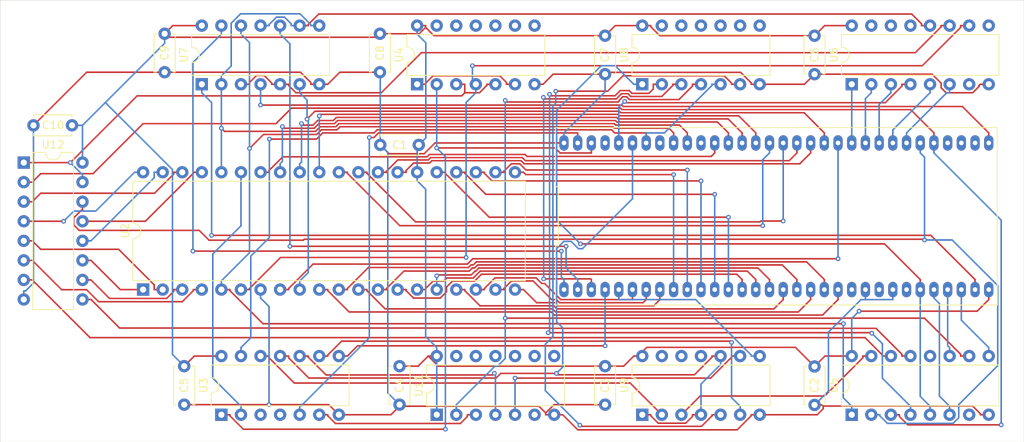
<source format=kicad_pcb>
(kicad_pcb (version 20240108) (generator "pcbnew") (generator_version "8.0")
  (layers (0 "F.Cu" signal) (31 "B.Cu" signal) (34 "B.Paste" user) (35 "F.Paste" user) (36 "B.SilkS" user "B.Silkscreen") (37 "F.SilkS" user "F.Silkscreen") (38 "B.Mask" user) (39 "F.Mask" user) (44 "Edge.Cuts" user))
  (net 0 "")
  (net 1 "CLOCK")
  (net 2 "~{CAS}")
  (net 3 "D4")
  (net 5 "A4")
  (net 6 "~{SLTSL1}")
  (net 7 "PB5")
  (net 8 "D2")
  (net 9 "~{WAIT}")
  (net 10 "GND")
  (net 11 "PC7")
  (net 12 "BC1")
  (net 13 "PB0")
  (net 14 "A1")
  (net 16 "D1")
  (net 17 "PB3")
  (net 19 "PB6")
  (net 20 "~{CSR}")
  (net 21 "A5")
  (net 22 "~{CS01}")
  (net 23 "~{RESET}")
  (net 24 "PB2")
  (net 26 "~{RD}")
  (net 27 "A7")
  (net 28 "A15")
  (net 29 "D6")
  (net 30 "D3")
  (net 31 "~{CS1}")
  (net 32 "A6")
  (net 33 "~{MREQ}")
  (net 34 "PC5")
  (net 35 "~{CSW}")
  (net 36 "PB7")
  (net 37 "PB4")
  (net 38 "~{SLTSL3}")
  (net 39 "PC4")
  (net 40 "D5")
  (net 41 "VCC")
  (net 42 "MUX")
  (net 43 "A14")
  (net 44 "D0")
  (net 45 "~{REFSH}")
  (net 47 "PB1")
  (net 48 "~{WR}")
  (net 49 "~{IOREQ}")
  (net 50 "BDIR")
  (net 51 "D7")
  (net 52 "A0")
  (net 54 "PC6")
  (net 55 "~{M1}")
  (net 56 "PC3")
  (net 58 "A3")
  (net 59 "~{CS2}")
  (net 60 "PC1")
  (net 61 "PC2")
  (net 62 "PC0")
  (net 63 "Net-(U12-I3a)")
  (net 64 "Net-(U12-I2b)")
  (net 65 "Net-(U12-I2a)")
  (net 66 "Net-(U12-I1b)")
  (net 67 "RESET")
  (net 68 "Net-(U12-I0a)")
  (net 69 "Net-(U12-I3b)")
  (net 70 "CS_PPI")
  (net 71 "Net-(U12-I0b)")
  (net 72 "Net-(U12-I1a)")
  (net 73 "Net-(U3-Pad9)")
  (net 74 "Net-(U11A-C)")
  (net 75 "Net-(U11A-~{S})")
  (net 78 "Net-(U3-Pad12)")
  (net 79 "Net-(U4-Pad1)")
  (net 84 "Net-(U12-Ea)")
  (net 87 "~{SLTSL2}")
  (net 88 "Net-(U5B-E)")
  (net 89 "Net-(U5A-O0)")
  (net 90 "Net-(U12-Za)")
  (net 91 "~{SLTSL0}")
  (net 93 "Net-(U12-Zb)")
  (net 96 "CS_PP")
  (net 99 "CS_PSG")
  (net 100 "CS_VDP")
  (net 107 "Net-(U8-Pad6)")
  (net 108 "Net-(U11A-Q)")
  (footprint "Package_DIP:DIP-14_W7.62mm" (layer "F.Cu") (at 102.87 131.826 90)
    (property "Reference" "U11")
    (property "Value" "74LS74")
  )
  (footprint "Capacitor_THT:C_Disc_D4.7mm_W2.5mm_P5.00mm" (layer "F.Cu") (at 95.504 82.336 -90)
    (property "Reference" "C8")
    (property "Value" "0.1uF")
  )
  (footprint "Capacitor_THT:C_Disc_D4.7mm_W2.5mm_P5.00mm" (layer "F.Cu") (at 67.564 82.336 -90)
    (property "Reference" "C9")
    (property "Value" "0.1uF")
  )
  (footprint "Package_DIP:DIP-14_W7.62mm" (layer "F.Cu") (at 74.93 131.826 90)
    (property "Reference" "U3")
    (property "Value" "74LS04")
  )
  (footprint "Package_DIP:DIP-16_W7.62mm" (layer "F.Cu") (at 156.718 131.826 90)
    (property "Reference" "U5")
    (property "Value" "74LS139")
  )
  (footprint "tcx-1007:DIP-64_750_ELL" (layer "F.Cu") (at 146.939 106.045)
    (property "Reference" "U1" (hide yes))
    (property "Value" "TCX-1007")
  )
  (footprint "Package_DIP:DIP-40_W15.24mm" (layer "F.Cu") (at 64.77 115.57 90)
    (property "Reference" "U2")
    (property "Value" "8255" (hide yes))
  )
  (footprint "Capacitor_THT:C_Disc_D4.7mm_W2.5mm_P5.00mm" (layer "F.Cu") (at 98.044 125.516 -90)
    (property "Reference" "C4")
    (property "Value" "0.1uF")
  )
  (footprint "Capacitor_THT:C_Disc_D4.7mm_W2.5mm_P5.00mm" (layer "F.Cu") (at 124.714 82.59 -90)
    (property "Reference" "C7")
    (property "Value" "0.1uF")
  )
  (footprint "Package_DIP:DIP-16_W7.62mm" (layer "F.Cu") (at 49.286 99.075)
    (property "Reference" "U12")
    (property "Value" "74LS153")
  )
  (footprint "Capacitor_THT:C_Disc_D4.7mm_W2.5mm_P5.00mm" (layer "F.Cu") (at 100.544 96.774 180)
    (property "Reference" "C1")
    (property "Value" "0.1uF")
  )
  (footprint "Package_DIP:DIP-16_W7.62mm" (layer "F.Cu") (at 156.718 88.9 90)
    (property "Reference" "U6")
    (property "Value" "74LS138")
  )
  (footprint "Capacitor_THT:C_Disc_D4.7mm_W2.5mm_P5.00mm" (layer "F.Cu") (at 70.104 125.516 -90)
    (property "Reference" "C5")
    (property "Value" "0.1uF")
  )
  (footprint "Capacitor_THT:C_Disc_D4.7mm_W2.5mm_P5.00mm" (layer "F.Cu") (at 151.892 82.59 -90)
    (property "Reference" "C6")
    (property "Value" "0.1uF")
  )
  (footprint "Package_DIP:DIP-14_W7.62mm" (layer "F.Cu") (at 72.39 88.9 90)
    (property "Reference" "U7")
    (property "Value" "74LS02")
  )
  (footprint "Capacitor_THT:C_Disc_D4.7mm_W2.5mm_P5.00mm" (layer "F.Cu") (at 151.892 125.556 -90)
    (property "Reference" "C2")
    (property "Value" "0.1uF")
  )
  (footprint "Package_DIP:DIP-14_W7.62mm" (layer "F.Cu") (at 129.54 131.826 90)
    (property "Reference" "U9")
    (property "Value" "74LS32")
  )
  (footprint "Package_DIP:DIP-14_W7.62mm" (layer "F.Cu") (at 129.535 88.9 90)
    (property "Reference" "U8")
    (property "Value" "74LS08")
  )
  (footprint "Capacitor_THT:C_Disc_D4.7mm_W2.5mm_P5.00mm" (layer "F.Cu") (at 124.714 125.516 -90)
    (property "Reference" "C3")
    (property "Value" "0.1uF")
  )
  (footprint "Package_DIP:DIP-14_W7.62mm" (layer "F.Cu") (at 100.325 88.9 90)
    (property "Reference" "U4")
    (property "Value" "74LS00")
  )
  (footprint "Capacitor_THT:C_Disc_D4.7mm_W2.5mm_P5.00mm" (layer "F.Cu") (at 55.546 94.234 180)
    (property "Reference" "C10")
    (property "Value" "0.1uF")
  )
  (gr_line (start 46.228 77.978) (end 46.228 78.486) (stroke (width 0.05)) (layer "Edge.Cuts"))
  (gr_line (start 46.228 135.382) (end 179.07 135.382) (stroke (width 0.05)) (layer "Edge.Cuts"))
  (gr_line (start 46.228 135.382) (end 46.228 134.366) (stroke (width 0.05)) (layer "Edge.Cuts"))
  (gr_line (start 46.228 78.486) (end 46.228 134.366) (stroke (width 0.05)) (layer "Edge.Cuts"))
  (gr_line (start 179.07 135.382) (end 179.07 134.366) (stroke (width 0.05)) (layer "Edge.Cuts"))
  (gr_line (start 179.07 134.366) (end 179.07 77.978) (stroke (width 0.05)) (layer "Edge.Cuts"))
  (gr_line (start 179.07 77.978) (end 46.228 77.978) (stroke (width 0.05)) (layer "Edge.Cuts"))
  (segment (start 95.3126 95.2183) (end 94.7122 95.8187) (width 0.2) (layer "F.Cu") (net 1))
  (segment (start 121.158 96.52) (end 121.158 95.2183) (width 0.2) (layer "F.Cu") (net 1))
  (segment (start 94.7122 95.8187) (end 94.1234 95.8187) (width 0.2) (layer "F.Cu") (net 1))
  (segment (start 121.158 95.2183) (end 95.3126 95.2183) (width 0.2) (layer "F.Cu") (net 1))
  (via (at 94.1234 95.8187) (size 0.6) (drill 0.3) (layers "F.Cu" "B.Cu") (net 1))
  (segment (start 85.09 131.826) (end 85.09 130.7243) (width 0.2) (layer "B.Cu") (net 1))
  (segment (start 85.2277 130.7243) (end 94.1234 121.8286) (width 0.2) (layer "B.Cu") (net 1))
  (segment (start 85.09 130.7243) (end 85.2277 130.7243) (width 0.2) (layer "B.Cu") (net 1))
  (segment (start 94.1234 121.8286) (end 94.1234 95.8187) (width 0.2) (layer "B.Cu") (net 1))
  (segment (start 143.6783 124.081) (end 136.469 116.8717) (width 0.2) (layer "B.Cu") (net 2))
  (segment (start 126.492 115.57) (end 126.492 116.8717) (width 0.2) (layer "B.Cu") (net 2))
  (segment (start 144.78 124.206) (end 143.6783 124.206) (width 0.2) (layer "B.Cu") (net 2))
  (segment (start 143.6783 124.206) (end 143.6783 124.081) (width 0.2) (layer "B.Cu") (net 2))
  (segment (start 136.469 116.8717) (end 126.492 116.8717) (width 0.2) (layer "B.Cu") (net 2))
  (segment (start 90.17 100.33) (end 91.2717 100.33) (width 0.2) (layer "F.Cu") (net 3))
  (segment (start 91.2717 100.33) (end 91.2717 100.4677) (width 0.2) (layer "F.Cu") (net 3))
  (segment (start 91.2717 100.4677) (end 98.0699 107.2659) (width 0.2) (layer "F.Cu") (net 3))
  (segment (start 98.0699 107.2659) (end 145.1708 107.2659) (width 0.2) (layer "F.Cu") (net 3))
  (via (at 145.1708 107.2659) (size 0.6) (drill 0.3) (layers "F.Cu" "B.Cu") (net 3))
  (segment (start 146.05 96.52) (end 146.05 97.8217) (width 0.2) (layer "B.Cu") (net 3))
  (segment (start 145.1708 107.2659) (end 145.1708 98.7009) (width 0.2) (layer "B.Cu") (net 3))
  (segment (start 145.1708 98.7009) (end 146.05 97.8217) (width 0.2) (layer "B.Cu") (net 3))
  (segment (start 159.258 88.9) (end 159.258 90.0017) (width 0.2) (layer "B.Cu") (net 5))
  (segment (start 158.496 96.52) (end 158.496 90.7637) (width 0.2) (layer "B.Cu") (net 5))
  (segment (start 158.496 90.7637) (end 159.258 90.0017) (width 0.2) (layer "B.Cu") (net 5))
  (segment (start 169.418 124.206) (end 169.418 123.1043) (width 0.2) (layer "B.Cu") (net 6))
  (segment (start 169.164 115.57) (end 169.164 122.8503) (width 0.2) (layer "B.Cu") (net 6))
  (segment (start 169.164 122.8503) (end 169.418 123.1043) (width 0.2) (layer "B.Cu") (net 6))
  (segment (start 110.0364 101.4524) (end 137.16 101.4524) (width 0.2) (layer "F.Cu") (net 7))
  (segment (start 107.95 100.33) (end 109.0517 100.33) (width 0.2) (layer "F.Cu") (net 7))
  (segment (start 109.0517 100.33) (end 109.0517 100.4677) (width 0.2) (layer "F.Cu") (net 7))
  (segment (start 109.0517 100.4677) (end 110.0364 101.4524) (width 0.2) (layer "F.Cu") (net 7))
  (via (at 137.16 101.4524) (size 0.6) (drill 0.3) (layers "F.Cu" "B.Cu") (net 7))
  (segment (start 137.16 115.57) (end 137.16 101.4524) (width 0.2) (layer "B.Cu") (net 7))
  (segment (start 126.2205 93.2084) (end 126.4092 93.3971) (width 0.2) (layer "F.Cu") (net 8))
  (segment (start 126.4092 93.3971) (end 140.6728 93.3971) (width 0.2) (layer "F.Cu") (net 8))
  (segment (start 142.494 96.52) (end 142.494 95.2183) (width 0.2) (layer "F.Cu") (net 8))
  (segment (start 89.8443 93.2084) (end 126.2205 93.2084) (width 0.2) (layer "F.Cu") (net 8))
  (segment (start 85.5319 94.2126) (end 86.809 94.2126) (width 0.2) (layer "F.Cu") (net 8))
  (segment (start 87.4124 93.6092) (end 89.4435 93.6092) (width 0.2) (layer "F.Cu") (net 8))
  (segment (start 86.809 94.2126) (end 87.4124 93.6092) (width 0.2) (layer "F.Cu") (net 8))
  (segment (start 140.6728 93.3971) (end 142.494 95.2183) (width 0.2) (layer "F.Cu") (net 8))
  (segment (start 85.3271 94.0078) (end 85.5319 94.2126) (width 0.2) (layer "F.Cu") (net 8))
  (segment (start 89.4435 93.6092) (end 89.8443 93.2084) (width 0.2) (layer "F.Cu") (net 8))
  (via (at 85.3271 94.0078) (size 0.6) (drill 0.3) (layers "F.Cu" "B.Cu") (net 8))
  (segment (start 85.3271 98.9912) (end 85.3271 94.0078) (width 0.2) (layer "B.Cu") (net 8))
  (segment (start 85.09 100.33) (end 85.09 99.2283) (width 0.2) (layer "B.Cu") (net 8))
  (segment (start 85.09 99.2283) (end 85.3271 98.9912) (width 0.2) (layer "B.Cu") (net 8))
  (segment (start 174.498 131.826) (end 173.3963 131.826) (width 0.2) (layer "F.Cu") (net 10))
  (segment (start 118.09 130.516) (end 117.0083 131.5977) (width 0.2) (layer "F.Cu") (net 10))
  (segment (start 101.244 97.9232) (end 102.6472 96.52) (width 0.2) (layer "F.Cu") (net 10))
  (segment (start 117.0083 131.5977) (end 117.0083 131.826) (width 0.2) (layer "F.Cu") (net 10))
  (segment (start 70.1056 130.5176) (end 70.104 130.516) (width 0.2) (layer "F.Cu") (net 10))
  (segment (start 118.11 131.826) (end 117.0083 131.826) (width 0.2) (layer "F.Cu") (net 10))
  (segment (start 67.564 87.336) (end 85.1926 87.336) (width 0.2) (layer "F.Cu") (net 10))
  (segment (start 173.2261 89.0702) (end 173.3963 88.9) (width 0.2) (layer "F.Cu") (net 10))
  (segment (start 124.714 87.59) (end 117.9767 87.59) (width 0.2) (layer "F.Cu") (net 10))
  (segment (start 173.226 89.0702) (end 173.2261 89.0702) (width 0.2) (layer "F.Cu") (net 10))
  (segment (start 85.1926 87.336) (end 86.5283 88.6717) (width 0.2) (layer "F.Cu") (net 10))
  (segment (start 153.0233 131.0481) (end 152.2454 131.826) (width 0.2) (layer "F.Cu") (net 10))
  (segment (start 174.498 88.9) (end 173.3963 88.9) (width 0.2) (layer "F.Cu") (net 10))
  (segment (start 98.044 130.721) (end 98.044 130.516) (width 0.2) (layer "F.Cu") (net 10))
  (segment (start 87.63 88.9) (end 86.5283 88.9) (width 0.2) (layer "F.Cu") (net 10))
  (segment (start 168.9617 90.0018) (end 172.4144 90.0018) (width 0.2) (layer "F.Cu") (net 10))
  (segment (start 90.17 131.826) (end 96.939 131.826) (width 0.2) (layer "F.Cu") (net 10))
  (segment (start 168.3163 89.3564) (end 168.9617 90.0018) (width 0.2) (layer "F.Cu") (net 10))
  (segment (start 119.2117 131.826) (end 121.1735 133.7878) (width 0.2) (layer "F.Cu") (net 10))
  (segment (start 173.3963 131.826) (end 173.3963 131.6883) (width 0.2) (layer "F.Cu") (net 10))
  (segment (start 143.6733 88.7236) (end 142.3009 87.3512) (width 0.2) (layer "F.Cu") (net 10))
  (segment (start 152.2454 131.826) (end 144.78 131.826) (width 0.2) (layer "F.Cu") (net 10))
  (segment (start 151.892 130.556) (end 152.8817 130.556) (width 0.2) (layer "F.Cu") (net 10))
  (segment (start 144.775 88.9) (end 143.6733 88.9) (width 0.2) (layer "F.Cu") (net 10))
  (segment (start 87.63 88.9) (end 88.7317 88.9) (width 0.2) (layer "F.Cu") (net 10))
  (segment (start 153.0233 130.6976) (end 153.0233 131.0481) (width 0.2) (layer "F.Cu") (net 10))
  (segment (start 98.044 130.721) (end 116.1316 130.721) (width 0.2) (layer "F.Cu") (net 10))
  (segment (start 86.5283 88.6717) (end 86.5283 88.9) (width 0.2) (layer "F.Cu") (net 10))
  (segment (start 173.226 89.1902) (end 173.226 89.0702) (width 0.2) (layer "F.Cu") (net 10))
  (segment (start 151.892 87.59) (end 150.582 88.9) (width 0.2) (layer "F.Cu") (net 10))
  (segment (start 90.17 131.826) (end 88.8616 130.5176) (width 0.2) (layer "F.Cu") (net 10))
  (segment (start 141.8542 133.7878) (end 143.6783 131.9637) (width 0.2) (layer "F.Cu") (net 10))
  (segment (start 102.6472 96.52) (end 119.38 96.52) (width 0.2) (layer "F.Cu") (net 10))
  (segment (start 173.3963 131.6883) (end 172.4056 130.6976) (width 0.2) (layer "F.Cu") (net 10))
  (segment (start 168.3163 88.7573) (end 168.3163 89.3564) (width 0.2) (layer "F.Cu") (net 10))
  (segment (start 118.11 131.826) (end 119.2117 131.826) (width 0.2) (layer "F.Cu") (net 10))
  (segment (start 151.892 87.59) (end 167.149 87.59) (width 0.2) (layer "F.Cu") (net 10))
  (segment (start 124.9528 87.3512) (end 124.714 87.59) (width 0.2) (layer "F.Cu") (net 10))
  (segment (start 96.939 131.826) (end 98.044 130.721) (width 0.2) (layer "F.Cu") (net 10))
  (segment (start 172.4144 90.0018) (end 173.226 89.1902) (width 0.2) (layer "F.Cu") (net 10))
  (segment (start 81.1117 130.5176) (end 70.1056 130.5176) (width 0.2) (layer "F.Cu") (net 10))
  (segment (start 96.6932 97.9232) (end 101.244 97.9232) (width 0.2) (layer "F.Cu") (net 10))
  (segment (start 172.4056 130.6976) (end 153.0233 130.6976) (width 0.2) (layer "F.Cu") (net 10))
  (segment (start 95.544 96.774) (end 96.6932 97.9232) (width 0.2) (layer "F.Cu") (net 10))
  (segment (start 143.6733 88.9) (end 143.6733 88.7236) (width 0.2) (layer "F.Cu") (net 10))
  (segment (start 124.714 130.516) (end 118.09 130.516) (width 0.2) (layer "F.Cu") (net 10))
  (segment (start 152.8817 130.556) (end 153.0233 130.6976) (width 0.2) (layer "F.Cu") (net 10))
  (segment (start 50.546 94.234) (end 57.444 87.336) (width 0.2) (layer "F.Cu") (net 10))
  (segment (start 150.582 88.9) (end 144.775 88.9) (width 0.2) (layer "F.Cu") (net 10))
  (segment (start 144.78 131.826) (end 143.6783 131.826) (width 0.2) (layer "F.Cu") (net 10))
  (segment (start 121.1735 133.7878) (end 141.8542 133.7878) (width 0.2) (layer "F.Cu") (net 10))
  (segment (start 115.565 88.9) (end 116.6667 88.9) (width 0.2) (layer "F.Cu") (net 10))
  (segment (start 57.444 87.336) (end 67.564 87.336) (width 0.2) (layer "F.Cu") (net 10))
  (segment (start 88.8616 130.5176) (end 81.1117 130.5176) (width 0.2) (layer "F.Cu") (net 10))
  (segment (start 117.9767 87.59) (end 116.6667 88.9) (width 0.2) (layer "F.Cu") (net 10))
  (segment (start 167.149 87.59) (end 168.3163 88.7573) (width 0.2) (layer "F.Cu") (net 10))
  (segment (start 90.2957 87.336) (end 88.7317 88.9) (width 0.2) (layer "F.Cu") (net 10))
  (segment (start 116.1316 130.721) (end 117.0083 131.5977) (width 0.2) (layer "F.Cu") (net 10))
  (segment (start 95.504 87.336) (end 90.2957 87.336) (width 0.2) (layer "F.Cu") (net 10))
  (segment (start 143.6783 131.9637) (end 143.6783 131.826) (width 0.2) (layer "F.Cu") (net 10))
  (segment (start 142.3009 87.3512) (end 124.9528 87.3512) (width 0.2) (layer "F.Cu") (net 10))
  (via (at 81.1117 130.5176) (size 0.6) (drill 0.3) (layers "F.Cu" "B.Cu") (net 10))
  (segment (start 50.546 114.7216) (end 49.5143 115.7533) (width 0.2) (layer "B.Cu") (net 10))
  (segment (start 162.052 115.57) (end 162.052 116.8717) (width 0.2) (layer "B.Cu") (net 10))
  (segment (start 158.496 116.8717) (end 157.922 116.8717) (width 0.2) (layer "B.Cu") (net 10))
  (segment (start 80.01 115.57) (end 80.01 116.6717) (width 0.2) (layer "B.Cu") (net 10))
  (segment (start 95.544 87.376) (end 95.544 96.774) (width 0.2) (layer "B.Cu") (net 10))
  (segment (start 162.052 116.8717) (end 158.496 116.8717) (width 0.2) (layer "B.Cu") (net 10))
  (segment (start 50.546 94.234) (end 50.546 114.7216) (width 0.2) (layer "B.Cu") (net 10))
  (segment (start 153.6977 128.7503) (end 151.892 130.556) (width 0.2) (layer "B.Cu") (net 10))
  (segment (start 96.52 97.75) (end 96.52 128.992) (width 0.2) (layer "B.Cu") (net 10))
  (segment (start 49.286 116.855) (end 49.286 115.7533) (width 0.2) (layer "B.Cu") (net 10))
  (segment (start 95.544 96.774) (end 96.52 97.75) (width 0.2) (layer "B.Cu") (net 10))
  (segment (start 158.496 115.57) (end 158.496 116.8717) (width 0.2) (layer "B.Cu") (net 10))
  (segment (start 153.6977 121.096) (end 153.6977 128.7503) (width 0.2) (layer "B.Cu") (net 10))
  (segment (start 119.38 96.52) (end 119.38 95.2183) (width 0.2) (layer "B.Cu") (net 10))
  (segment (start 49.5143 115.7533) (end 49.286 115.7533) (width 0.2) (layer "B.Cu") (net 10))
  (segment (start 157.922 116.8717) (end 153.6977 121.096) (width 0.2) (layer "B.Cu") (net 10))
  (segment (start 96.52 128.992) (end 98.044 130.516) (width 0.2) (layer "B.Cu") (net 10))
  (segment (start 119.38 95.2183) (end 124.714 89.8843) (width 0.2) (layer "B.Cu") (net 10))
  (segment (start 124.714 89.8843) (end 124.714 87.59) (width 0.2) (layer "B.Cu") (net 10))
  (segment (start 80.01 116.6717) (end 81.1117 117.7734) (width 0.2) (layer "B.Cu") (net 10))
  (segment (start 95.504 87.336) (end 95.544 87.376) (width 0.2) (layer "B.Cu") (net 10))
  (segment (start 81.1117 117.7734) (end 81.1117 130.5176) (width 0.2) (layer "B.Cu") (net 10))
  (segment (start 118.1286 118.8802) (end 117.7277 118.4793) (width 0.2) (layer "F.Cu") (net 11))
  (segment (start 87.63 115.57) (end 88.7317 115.57) (width 0.2) (layer "F.Cu") (net 11))
  (segment (start 91.5032 118.4793) (end 88.7317 115.7078) (width 0.2) (layer "F.Cu") (net 11))
  (segment (start 152.9315 118.8802) (end 118.1286 118.8802) (width 0.2) (layer "F.Cu") (net 11))
  (segment (start 88.7317 115.7078) (end 88.7317 115.57) (width 0.2) (layer "F.Cu") (net 11))
  (segment (start 117.7277 118.4793) (end 91.5032 118.4793) (width 0.2) (layer "F.Cu") (net 11))
  (segment (start 154.94 115.57) (end 154.94 116.8717) (width 0.2) (layer "F.Cu") (net 11))
  (segment (start 154.94 116.8717) (end 152.9315 118.8802) (width 0.2) (layer "F.Cu") (net 11))
  (segment (start 127.0744 91.7903) (end 126.8857 91.6016) (width 0.2) (layer "F.Cu") (net 12))
  (segment (start 174.498 95.2183) (end 171.07 91.7903) (width 0.2) (layer "F.Cu") (net 12))
  (segment (start 174.498 96.52) (end 174.498 95.2183) (width 0.2) (layer "F.Cu") (net 12))
  (segment (start 126.8857 91.6016) (end 80.01 91.6016) (width 0.2) (layer "F.Cu") (net 12))
  (segment (start 171.07 91.7903) (end 127.0744 91.7903) (width 0.2) (layer "F.Cu") (net 12))
  (via (at 80.01 91.6016) (size 0.6) (drill 0.3) (layers "F.Cu" "B.Cu") (net 12))
  (segment (start 80.01 88.9) (end 80.01 91.6016) (width 0.2) (layer "B.Cu") (net 12))
  (segment (start 115.7683 114.0503) (end 116.496 114.778) (width 0.2) (layer "F.Cu") (net 13))
  (segment (start 110.4337 114.0503) (end 115.7683 114.0503) (width 0.2) (layer "F.Cu") (net 13))
  (segment (start 107.95 115.57) (end 109.0517 115.57) (width 0.2) (layer "F.Cu") (net 13))
  (segment (start 128.27 115.57) (end 128.27 116.8717) (width 0.2) (layer "F.Cu") (net 13))
  (segment (start 116.8665 114.778) (end 118.9602 116.8717) (width 0.2) (layer "F.Cu") (net 13))
  (segment (start 109.0517 115.4323) (end 110.4337 114.0503) (width 0.2) (layer "F.Cu") (net 13))
  (segment (start 118.9602 116.8717) (end 128.27 116.8717) (width 0.2) (layer "F.Cu") (net 13))
  (segment (start 116.496 114.778) (end 116.8665 114.778) (width 0.2) (layer "F.Cu") (net 13))
  (segment (start 109.0517 115.57) (end 109.0517 115.4323) (width 0.2) (layer "F.Cu") (net 13))
  (segment (start 106.8518 112.2594) (end 107.5451 111.5661) (width 0.2) (layer "F.Cu") (net 14))
  (segment (start 83.6517 115.4323) (end 86.8246 112.2594) (width 0.2) (layer "F.Cu") (net 14))
  (segment (start 107.5451 111.5661) (end 154.94 111.5661) (width 0.2) (layer "F.Cu") (net 14))
  (segment (start 82.55 115.57) (end 83.6517 115.57) (width 0.2) (layer "F.Cu") (net 14))
  (segment (start 83.6517 115.57) (end 83.6517 115.4323) (width 0.2) (layer "F.Cu") (net 14))
  (segment (start 86.8246 112.2594) (end 106.8518 112.2594) (width 0.2) (layer "F.Cu") (net 14))
  (via (at 154.94 111.5661) (size 0.6) (drill 0.3) (layers "F.Cu" "B.Cu") (net 14))
  (segment (start 154.94 96.52) (end 154.94 111.5661) (width 0.2) (layer "B.Cu") (net 14))
  (segment (start 140.716 96.52) (end 140.716 95.2183) (width 0.2) (layer "F.Cu") (net 16))
  (segment (start 126.2429 93.7988) (end 139.2965 93.7988) (width 0.2) (layer "F.Cu") (net 16))
  (segment (start 126.0542 93.6101) (end 126.2429 93.7988) (width 0.2) (layer "F.Cu") (net 16))
  (segment (start 88.4563 94.0109) (end 89.6099 94.0109) (width 0.2) (layer "F.Cu") (net 16))
  (segment (start 90.0107 93.6101) (end 126.0542 93.6101) (width 0.2) (layer "F.Cu") (net 16))
  (segment (start 82.8439 94.3936) (end 83.0646 94.6143) (width 0.2) (layer "F.Cu") (net 16))
  (segment (start 139.2965 93.7988) (end 140.716 95.2183) (width 0.2) (layer "F.Cu") (net 16))
  (segment (start 89.6099 94.0109) (end 90.0107 93.6101) (width 0.2) (layer "F.Cu") (net 16))
  (segment (start 86.9753 94.6143) (end 87.5778 94.0118) (width 0.2) (layer "F.Cu") (net 16))
  (segment (start 88.4554 94.0118) (end 88.4563 94.0109) (width 0.2) (layer "F.Cu") (net 16))
  (segment (start 87.5778 94.0118) (end 88.4554 94.0118) (width 0.2) (layer "F.Cu") (net 16))
  (segment (start 83.0646 94.6143) (end 86.9753 94.6143) (width 0.2) (layer "F.Cu") (net 16))
  (via (at 82.8439 94.3936) (size 0.6) (drill 0.3) (layers "F.Cu" "B.Cu") (net 16))
  (segment (start 82.55 99.2283) (end 82.8439 98.9344) (width 0.2) (layer "B.Cu") (net 16))
  (segment (start 82.55 100.33) (end 82.55 99.2283) (width 0.2) (layer "B.Cu") (net 16))
  (segment (start 82.8439 98.9344) (end 82.8439 94.3936) (width 0.2) (layer "B.Cu") (net 16))
  (segment (start 114.1317 100.33) (end 114.4352 100.6335) (width 0.2) (layer "F.Cu") (net 17))
  (segment (start 113.03 100.33) (end 114.1317 100.33) (width 0.2) (layer "F.Cu") (net 17))
  (segment (start 114.4352 100.6335) (end 133.604 100.6335) (width 0.2) (layer "F.Cu") (net 17))
  (via (at 133.604 100.6335) (size 0.6) (drill 0.3) (layers "F.Cu" "B.Cu") (net 17))
  (segment (start 133.604 115.57) (end 133.604 100.6335) (width 0.2) (layer "B.Cu") (net 17))
  (segment (start 106.5117 100.33) (end 106.5117 100.4677) (width 0.2) (layer "F.Cu") (net 19))
  (segment (start 105.41 100.33) (end 106.5117 100.33) (width 0.2) (layer "F.Cu") (net 19))
  (segment (start 109.2368 103.1928) (end 138.938 103.1928) (width 0.2) (layer "F.Cu") (net 19))
  (segment (start 106.5117 100.4677) (end 109.2368 103.1928) (width 0.2) (layer "F.Cu") (net 19))
  (via (at 138.938 103.1928) (size 0.6) (drill 0.3) (layers "F.Cu" "B.Cu") (net 19))
  (segment (start 138.938 115.57) (end 138.938 103.1928) (width 0.2) (layer "B.Cu") (net 19))
  (segment (start 119.0405 110.5722) (end 71.2387 110.5722) (width 0.2) (layer "F.Cu") (net 20))
  (via (at 119.0405 110.5722) (size 0.6) (drill 0.3) (layers "F.Cu" "B.Cu") (net 20))
  (via (at 71.2387 110.5722) (size 0.6) (drill 0.3) (layers "F.Cu" "B.Cu") (net 20))
  (segment (start 74.93 81.28) (end 74.93 82.3817) (width 0.2) (layer "B.Cu") (net 20))
  (segment (start 74.93 82.3817) (end 71.2387 86.073) (width 0.2) (layer "B.Cu") (net 20))
  (segment (start 119.38 114.2683) (end 119.0405 113.9288) (width 0.2) (layer "B.Cu") (net 20))
  (segment (start 119.38 115.57) (end 119.38 114.2683) (width 0.2) (layer "B.Cu") (net 20))
  (segment (start 119.0405 113.9288) (end 119.0405 110.5722) (width 0.2) (layer "B.Cu") (net 20))
  (segment (start 71.2387 86.073) (end 71.2387 110.5722) (width 0.2) (layer "B.Cu") (net 20))
  (segment (start 160.274 91.5257) (end 161.798 90.0017) (width 0.2) (layer "B.Cu") (net 21))
  (segment (start 160.274 96.52) (end 160.274 91.5257) (width 0.2) (layer "B.Cu") (net 21))
  (segment (start 161.798 88.9) (end 161.798 90.0017) (width 0.2) (layer "B.Cu") (net 21))
  (segment (start 116.7451 114.1763) (end 122.844 114.1763) (width 0.2) (layer "F.Cu") (net 22))
  (segment (start 126.1677 90.7982) (end 116.9079 90.7982) (width 0.2) (layer "F.Cu") (net 22))
  (segment (start 132.0666 90.4845) (end 128.0387 90.4845) (width 0.2) (layer "F.Cu") (net 22))
  (segment (start 116.9079 90.7982) (end 116.7078 90.5981) (width 0.2) (layer "F.Cu") (net 22))
  (segment (start 122.936 115.57) (end 122.936 114.2683) (width 0.2) (layer "F.Cu") (net 22))
  (segment (start 134.615 88.9) (end 133.5133 88.9) (width 0.2) (layer "F.Cu") (net 22))
  (segment (start 127.6755 90.1213) (end 126.8446 90.1213) (width 0.2) (layer "F.Cu") (net 22))
  (segment (start 128.0387 90.4845) (end 127.6755 90.1213) (width 0.2) (layer "F.Cu") (net 22))
  (segment (start 133.5133 89.0378) (end 132.0666 90.4845) (width 0.2) (layer "F.Cu") (net 22))
  (segment (start 126.8446 90.1213) (end 126.1677 90.7982) (width 0.2) (layer "F.Cu") (net 22))
  (segment (start 122.844 114.1763) (end 122.936 114.2683) (width 0.2) (layer "F.Cu") (net 22))
  (segment (start 133.5133 88.9) (end 133.5133 89.0378) (width 0.2) (layer "F.Cu") (net 22))
  (via (at 116.7078 90.5981) (size 0.6) (drill 0.3) (layers "F.Cu" "B.Cu") (net 22))
  (via (at 116.7451 114.1763) (size 0.6) (drill 0.3) (layers "F.Cu" "B.Cu") (net 22))
  (segment (start 116.7451 114.1763) (end 116.7451 90.6354) (width 0.2) (layer "B.Cu") (net 22))
  (segment (start 116.7451 90.6354) (end 116.7078 90.5981) (width 0.2) (layer "B.Cu") (net 22))
  (segment (start 118.2291 97.1708) (end 102.865 97.1708) (width 0.2) (layer "F.Cu") (net 23))
  (segment (start 122.936 97.8217) (end 118.88 97.8217) (width 0.2) (layer "F.Cu") (net 23))
  (segment (start 74.93 131.826) (end 76.0317 131.826) (width 0.2) (layer "F.Cu") (net 23))
  (segment (start 76.0317 131.826) (end 76.0317 131.9637) (width 0.2) (layer "F.Cu") (net 23))
  (segment (start 76.0317 131.9637) (end 77.7783 133.7103) (width 0.2) (layer "F.Cu") (net 23))
  (segment (start 122.936 96.52) (end 122.936 97.8217) (width 0.2) (layer "F.Cu") (net 23))
  (segment (start 118.88 97.8217) (end 118.2291 97.1708) (width 0.2) (layer "F.Cu") (net 23))
  (segment (start 77.7783 133.7103) (end 103.9969 133.7103) (width 0.2) (layer "F.Cu") (net 23))
  (via (at 103.9969 133.7103) (size 0.6) (drill 0.3) (layers "F.Cu" "B.Cu") (net 23))
  (via (at 102.865 97.1708) (size 0.6) (drill 0.3) (layers "F.Cu" "B.Cu") (net 23))
  (segment (start 102.865 88.9) (end 102.865 97.1708) (width 0.2) (layer "B.Cu") (net 23))
  (segment (start 103.9969 98.3027) (end 103.9969 133.7103) (width 0.2) (layer "B.Cu") (net 23))
  (segment (start 102.865 97.1708) (end 103.9969 98.3027) (width 0.2) (layer "B.Cu") (net 23))
  (segment (start 118.2267 117.2742) (end 115.8359 117.2742) (width 0.2) (layer "F.Cu") (net 24))
  (segment (start 113.03 115.57) (end 114.1317 115.57) (width 0.2) (layer "F.Cu") (net 24))
  (segment (start 118.6276 117.6751) (end 118.2267 117.2742) (width 0.2) (layer "F.Cu") (net 24))
  (segment (start 131.0226 117.6751) (end 118.6276 117.6751) (width 0.2) (layer "F.Cu") (net 24))
  (segment (start 131.826 116.8717) (end 131.0226 117.6751) (width 0.2) (layer "F.Cu") (net 24))
  (segment (start 131.826 115.57) (end 131.826 116.8717) (width 0.2) (layer "F.Cu") (net 24))
  (segment (start 115.8359 117.2742) (end 114.1317 115.57) (width 0.2) (layer "F.Cu") (net 24))
  (segment (start 133.604 96.52) (end 133.604 95.2183) (width 0.2) (layer "F.Cu") (net 26))
  (segment (start 76.0317 115.7077) (end 80.3279 120.0039) (width 0.2) (layer "F.Cu") (net 26))
  (segment (start 80.3956 95.4177) (end 87.3079 95.4177) (width 0.2) (layer "F.Cu") (net 26))
  (segment (start 87.9104 94.8152) (end 89.9416 94.8152) (width 0.2) (layer "F.Cu") (net 26))
  (segment (start 125.7216 94.4135) (end 125.9103 94.6022) (width 0.2) (layer "F.Cu") (net 26))
  (segment (start 125.9103 94.6022) (end 132.9879 94.6022) (width 0.2) (layer "F.Cu") (net 26))
  (segment (start 74.93 115.57) (end 76.0317 115.57) (width 0.2) (layer "F.Cu") (net 26))
  (segment (start 132.9879 94.6022) (end 133.604 95.2183) (width 0.2) (layer "F.Cu") (net 26))
  (segment (start 87.3079 95.4177) (end 87.9104 94.8152) (width 0.2) (layer "F.Cu") (net 26))
  (segment (start 89.9416 94.8152) (end 90.3433 94.4135) (width 0.2) (layer "F.Cu") (net 26))
  (segment (start 78.5773 97.236) (end 80.3956 95.4177) (width 0.2) (layer "F.Cu") (net 26))
  (segment (start 80.3279 120.0039) (end 155.6406 120.0039) (width 0.2) (layer "F.Cu") (net 26))
  (segment (start 90.3433 94.4135) (end 125.7216 94.4135) (width 0.2) (layer "F.Cu") (net 26))
  (segment (start 76.0317 115.57) (end 76.0317 115.7077) (width 0.2) (layer "F.Cu") (net 26))
  (via (at 155.6406 120.0039) (size 0.6) (drill 0.3) (layers "F.Cu" "B.Cu") (net 26))
  (via (at 78.5773 97.236) (size 0.6) (drill 0.3) (layers "F.Cu" "B.Cu") (net 26))
  (segment (start 77.47 82.3817) (end 78.5773 83.489) (width 0.2) (layer "B.Cu") (net 26))
  (segment (start 74.93 115.57) (end 74.93 114.4683) (width 0.2) (layer "B.Cu") (net 26))
  (segment (start 156.718 131.826) (end 156.718 130.7243) (width 0.2) (layer "B.Cu") (net 26))
  (segment (start 155.6163 120.0282) (end 155.6163 129.6226) (width 0.2) (layer "B.Cu") (net 26))
  (segment (start 155.6406 120.0039) (end 155.6163 120.0282) (width 0.2) (layer "B.Cu") (net 26))
  (segment (start 74.93 114.4327) (end 74.93 114.4683) (width 0.2) (layer "B.Cu") (net 26))
  (segment (start 77.47 81.28) (end 77.47 82.3817) (width 0.2) (layer "B.Cu") (net 26))
  (segment (start 78.5773 97.236) (end 78.5773 110.7854) (width 0.2) (layer "B.Cu") (net 26))
  (segment (start 78.5773 110.7854) (end 74.93 114.4327) (width 0.2) (layer "B.Cu") (net 26))
  (segment (start 155.6163 129.6226) (end 156.718 130.7243) (width 0.2) (layer "B.Cu") (net 26))
  (segment (start 78.5773 83.489) (end 78.5773 97.236) (width 0.2) (layer "B.Cu") (net 26))
  (segment (start 163.83 95.2183) (end 169.0466 90.0017) (width 0.2) (layer "B.Cu") (net 27))
  (segment (start 169.0466 90.0017) (end 169.418 90.0017) (width 0.2) (layer "B.Cu") (net 27))
  (segment (start 169.418 88.9) (end 169.418 90.0017) (width 0.2) (layer "B.Cu") (net 27))
  (segment (start 163.83 96.52) (end 163.83 95.2183) (width 0.2) (layer "B.Cu") (net 27))
  (segment (start 84.0216 92.0033) (end 82.0131 94.0118) (width 0.2) (layer "F.Cu") (net 28))
  (segment (start 64.7719 94.0118) (end 58.2704 100.5133) (width 0.2) (layer "F.Cu") (net 28))
  (segment (start 126.7194 92.0033) (end 84.0216 92.0033) (width 0.2) (layer "F.Cu") (net 28))
  (segment (start 162.8997 132.0543) (end 163.9864 133.141) (width 0.2) (layer "F.Cu") (net 28))
  (segment (start 167.386 96.52) (end 167.386 95.2183) (width 0.2) (layer "F.Cu") (net 28))
  (segment (start 51.4894 100.5133) (end 50.3877 101.615) (width 0.2) (layer "F.Cu") (net 28))
  (segment (start 164.3597 92.192) (end 126.9081 92.192) (width 0.2) (layer "F.Cu") (net 28))
  (segment (start 49.286 101.615) (end 50.3877 101.615) (width 0.2) (layer "F.Cu") (net 28))
  (segment (start 162.8997 131.826) (end 162.8997 132.0543) (width 0.2) (layer "F.Cu") (net 28))
  (segment (start 167.386 95.2183) (end 164.3597 92.192) (width 0.2) (layer "F.Cu") (net 28))
  (segment (start 161.798 131.826) (end 162.8997 131.826) (width 0.2) (layer "F.Cu") (net 28))
  (segment (start 126.9081 92.192) (end 126.7194 92.0033) (width 0.2) (layer "F.Cu") (net 28))
  (segment (start 58.2704 100.5133) (end 51.4894 100.5133) (width 0.2) (layer "F.Cu") (net 28))
  (segment (start 82.0131 94.0118) (end 64.7719 94.0118) (width 0.2) (layer "F.Cu") (net 28))
  (segment (start 163.9864 133.141) (end 176.1097 133.141) (width 0.2) (layer "F.Cu") (net 28))
  (via (at 176.1097 133.141) (size 0.6) (drill 0.3) (layers "F.Cu" "B.Cu") (net 28))
  (segment (start 167.386 96.52) (end 167.386 97.8217) (width 0.2) (layer "B.Cu") (net 28))
  (segment (start 176.1097 106.5454) (end 176.1097 133.141) (width 0.2) (layer "B.Cu") (net 28))
  (segment (start 167.386 97.8217) (end 176.1097 106.5454) (width 0.2) (layer "B.Cu") (net 28))
  (segment (start 97.8174 98.7266) (end 101.7768 98.7266) (width 0.2) (layer "F.Cu") (net 29))
  (segment (start 113.9727 98.4249) (end 114.3744 98.8266) (width 0.2) (layer "F.Cu") (net 29))
  (segment (start 101.7768 98.7266) (end 102.0785 98.4249) (width 0.2) (layer "F.Cu") (net 29))
  (segment (start 148.6011 98.8266) (end 149.606 97.8217) (width 0.2) (layer "F.Cu") (net 29))
  (segment (start 114.3744 98.8266) (end 148.6011 98.8266) (width 0.2) (layer "F.Cu") (net 29))
  (segment (start 95.25 100.33) (end 96.3517 100.33) (width 0.2) (layer "F.Cu") (net 29))
  (segment (start 149.606 96.52) (end 149.606 97.8217) (width 0.2) (layer "F.Cu") (net 29))
  (segment (start 96.3517 100.1923) (end 97.8174 98.7266) (width 0.2) (layer "F.Cu") (net 29))
  (segment (start 96.3517 100.33) (end 96.3517 100.1923) (width 0.2) (layer "F.Cu") (net 29))
  (segment (start 102.0785 98.4249) (end 113.9727 98.4249) (width 0.2) (layer "F.Cu") (net 29))
  (segment (start 144.272 96.52) (end 144.272 95.2183) (width 0.2) (layer "F.Cu") (net 30))
  (segment (start 142.0491 92.9954) (end 126.5755 92.9954) (width 0.2) (layer "F.Cu") (net 30))
  (segment (start 144.272 95.2183) (end 142.0491 92.9954) (width 0.2) (layer "F.Cu") (net 30))
  (segment (start 126.5755 92.9954) (end 126.3868 92.8067) (width 0.2) (layer "F.Cu") (net 30))
  (segment (start 87.8308 92.8067) (end 87.63 93.0075) (width 0.2) (layer "F.Cu") (net 30))
  (segment (start 126.3868 92.8067) (end 87.8308 92.8067) (width 0.2) (layer "F.Cu") (net 30))
  (via (at 87.63 93.0075) (size 0.6) (drill 0.3) (layers "F.Cu" "B.Cu") (net 30))
  (segment (start 87.63 100.33) (end 87.63 93.0075) (width 0.2) (layer "B.Cu") (net 30))
  (segment (start 165.608 115.57) (end 165.608 114.2683) (width 0.2) (layer "F.Cu") (net 31))
  (segment (start 160.9718 109.6321) (end 121.5188 109.6321) (width 0.2) (layer "F.Cu") (net 31))
  (segment (start 165.608 114.2683) (end 160.9718 109.6321) (width 0.2) (layer "F.Cu") (net 31))
  (via (at 121.5188 109.6321) (size 0.6) (drill 0.3) (layers "F.Cu" "B.Cu") (net 31))
  (segment (start 128.4333 88.9) (end 126.0155 86.4822) (width 0.2) (layer "B.Cu") (net 31))
  (segment (start 118.4346 92.2716) (end 118.4346 106.5479) (width 0.2) (layer "B.Cu") (net 31))
  (segment (start 165.608 129.4543) (end 166.878 130.7243) (width 0.2) (layer "B.Cu") (net 31))
  (segment (start 124.224 86.4822) (end 118.4346 92.2716) (width 0.2) (layer "B.Cu") (net 31))
  (segment (start 129.535 88.9) (end 128.4333 88.9) (width 0.2) (layer "B.Cu") (net 31))
  (segment (start 126.0155 86.4822) (end 124.224 86.4822) (width 0.2) (layer "B.Cu") (net 31))
  (segment (start 166.878 131.826) (end 166.878 130.7243) (width 0.2) (layer "B.Cu") (net 31))
  (segment (start 165.608 115.57) (end 165.608 129.4543) (width 0.2) (layer "B.Cu") (net 31))
  (segment (start 118.4346 106.5479) (end 121.5188 109.6321) (width 0.2) (layer "B.Cu") (net 31))
  (segment (start 166.878 88.9) (end 166.878 90.0017) (width 0.2) (layer "B.Cu") (net 32))
  (segment (start 162.052 96.52) (end 162.052 94.8277) (width 0.2) (layer "B.Cu") (net 32))
  (segment (start 162.052 94.8277) (end 166.878 90.0017) (width 0.2) (layer "B.Cu") (net 32))
  (segment (start 138.5983 124.3437) (end 138.5983 124.206) (width 0.2) (layer "F.Cu") (net 33))
  (segment (start 110.575 127.0618) (end 111.1779 126.4589) (width 0.2) (layer "F.Cu") (net 33))
  (segment (start 86.2792 127.0618) (end 110.575 127.0618) (width 0.2) (layer "F.Cu") (net 33))
  (segment (start 111.1779 126.4589) (end 118.3962 126.4589) (width 0.2) (layer "F.Cu") (net 33))
  (segment (start 139.7 124.206) (end 138.5983 124.206) (width 0.2) (layer "F.Cu") (net 33))
  (segment (start 135.1721 132.9277) (end 131.6056 132.9277) (width 0.2) (layer "F.Cu") (net 33))
  (segment (start 129.54 131.826) (end 130.6417 131.826) (width 0.2) (layer "F.Cu") (net 33))
  (segment (start 130.6417 131.9638) (end 130.6417 131.826) (width 0.2) (layer "F.Cu") (net 33))
  (segment (start 131.6056 132.9277) (end 130.6417 131.9638) (width 0.2) (layer "F.Cu") (net 33))
  (segment (start 83.6517 124.206) (end 83.6517 124.4343) (width 0.2) (layer "F.Cu") (net 33))
  (segment (start 136.0583 132.0415) (end 135.1721 132.9277) (width 0.2) (layer "F.Cu") (net 33))
  (segment (start 118.5728 126.6355) (end 136.3065 126.6355) (width 0.2) (layer "F.Cu") (net 33))
  (segment (start 83.6517 124.4343) (end 86.2792 127.0618) (width 0.2) (layer "F.Cu") (net 33))
  (segment (start 137.16 131.826) (end 136.0583 131.826) (width 0.2) (layer "F.Cu") (net 33))
  (segment (start 136.0583 131.826) (end 136.0583 132.0415) (width 0.2) (layer "F.Cu") (net 33))
  (segment (start 136.3065 126.6355) (end 138.5983 124.3437) (width 0.2) (layer "F.Cu") (net 33))
  (segment (start 82.55 124.206) (end 83.6517 124.206) (width 0.2) (layer "F.Cu") (net 33))
  (segment (start 118.3962 126.4589) (end 118.5728 126.6355) (width 0.2) (layer "F.Cu") (net 33))
  (via (at 118.3962 126.4589) (size 0.6) (drill 0.3) (layers "F.Cu" "B.Cu") (net 33))
  (segment (start 119.2139 120.5417) (end 118.4301 119.7579) (width 0.2) (layer "B.Cu") (net 33))
  (segment (start 139.7 124.206) (end 139.7 125.3077) (width 0.2) (layer "B.Cu") (net 33))
  (segment (start 119.3638 109.3117) (end 120.3118 109.3117) (width 0.2) (layer "B.Cu") (net 33))
  (segment (start 119.2139 125.6412) (end 119.2139 120.5417) (width 0.2) (layer "B.Cu") (net 33))
  (segment (start 118.4301 110.2454) (end 119.3638 109.3117) (width 0.2) (layer "B.Cu") (net 33))
  (segment (start 128.27 103.7641) (end 128.27 96.52) (width 0.2) (layer "B.Cu") (net 33))
  (segment (start 139.7 125.3077) (end 137.16 127.8477) (width 0.2) (layer "B.Cu") (net 33))
  (segment (start 118.4301 119.7579) (end 118.4301 110.2454) (width 0.2) (layer "B.Cu") (net 33))
  (segment (start 120.3118 109.3117) (end 121.2582 110.2581) (width 0.2) (layer "B.Cu") (net 33))
  (segment (start 137.16 127.8477) (end 137.16 131.826) (width 0.2) (layer "B.Cu") (net 33))
  (segment (start 121.776 110.2581) (end 128.27 103.7641) (width 0.2) (layer "B.Cu") (net 33))
  (segment (start 118.3962 126.4589) (end 119.2139 125.6412) (width 0.2) (layer "B.Cu") (net 33))
  (segment (start 121.2582 110.2581) (end 121.776 110.2581) (width 0.2) (layer "B.Cu") (net 33))
  (segment (start 96.1815 118.0776) (end 93.8117 115.7078) (width 0.2) (layer "F.Cu") (net 34))
  (segment (start 93.8117 115.7078) (end 93.8117 115.57) (width 0.2) (layer "F.Cu") (net 34))
  (segment (start 117.8941 118.0776) (end 96.1815 118.0776) (width 0.2) (layer "F.Cu") (net 34))
  (segment (start 118.295 118.4785) (end 117.8941 118.0776) (width 0.2) (layer "F.Cu") (net 34))
  (segment (start 149.7772 118.4785) (end 118.295 118.4785) (width 0.2) (layer "F.Cu") (net 34))
  (segment (start 151.384 116.8717) (end 149.7772 118.4785) (width 0.2) (layer "F.Cu") (net 34))
  (segment (start 92.71 115.57) (end 93.8117 115.57) (width 0.2) (layer "F.Cu") (net 34))
  (segment (start 151.384 115.57) (end 151.384 116.8717) (width 0.2) (layer "F.Cu") (net 34))
  (segment (start 83.82 109.9461) (end 119.6509 109.9461) (width 0.2) (layer "F.Cu") (net 35))
  (via (at 83.82 109.9461) (size 0.6) (drill 0.3) (layers "F.Cu" "B.Cu") (net 35))
  (via (at 119.6509 109.9461) (size 0.6) (drill 0.3) (layers "F.Cu" "B.Cu") (net 35))
  (segment (start 121.158 115.57) (end 121.158 114.2683) (width 0.2) (layer "B.Cu") (net 35))
  (segment (start 82.55 81.28) (end 82.55 82.3817) (width 0.2) (layer "B.Cu") (net 35))
  (segment (start 83.82 83.6517) (end 83.82 109.9461) (width 0.2) (layer "B.Cu") (net 35))
  (segment (start 82.55 82.3817) (end 83.82 83.6517) (width 0.2) (layer "B.Cu") (net 35))
  (segment (start 119.6509 112.7612) (end 119.6509 109.9461) (width 0.2) (layer "B.Cu") (net 35))
  (segment (start 121.158 114.2683) (end 119.6509 112.7612) (width 0.2) (layer "B.Cu") (net 35))
  (segment (start 102.87 100.33) (end 103.9717 100.33) (width 0.2) (layer "F.Cu") (net 36))
  (segment (start 109.6721 106.1681) (end 140.716 106.1681) (width 0.2) (layer "F.Cu") (net 36))
  (segment (start 103.9717 100.4677) (end 109.6721 106.1681) (width 0.2) (layer "F.Cu") (net 36))
  (segment (start 103.9717 100.33) (end 103.9717 100.4677) (width 0.2) (layer "F.Cu") (net 36))
  (via (at 140.716 106.1681) (size 0.6) (drill 0.3) (layers "F.Cu" "B.Cu") (net 36))
  (segment (start 140.716 115.57) (end 140.716 106.1681) (width 0.2) (layer "B.Cu") (net 36))
  (segment (start 114.4435 100.0317) (end 135.382 100.0317) (width 0.2) (layer "F.Cu") (net 37))
  (segment (start 113.6401 99.2283) (end 114.4435 100.0317) (width 0.2) (layer "F.Cu") (net 37))
  (segment (start 111.5917 100.33) (end 111.5917 100.1922) (width 0.2) (layer "F.Cu") (net 37))
  (segment (start 111.5917 100.1922) (end 112.5556 99.2283) (width 0.2) (layer "F.Cu") (net 37))
  (segment (start 110.49 100.33) (end 111.5917 100.33) (width 0.2) (layer "F.Cu") (net 37))
  (segment (start 112.5556 99.2283) (end 113.6401 99.2283) (width 0.2) (layer "F.Cu") (net 37))
  (via (at 135.382 100.0317) (size 0.6) (drill 0.3) (layers "F.Cu" "B.Cu") (net 37))
  (segment (start 135.382 115.57) (end 135.382 100.0317) (width 0.2) (layer "B.Cu") (net 37))
  (segment (start 170.942 119.5483) (end 174.498 123.1043) (width 0.2) (layer "B.Cu") (net 38))
  (segment (start 170.942 115.57) (end 170.942 119.5483) (width 0.2) (layer "B.Cu") (net 38))
  (segment (start 174.498 124.206) (end 174.498 123.1043) (width 0.2) (layer "B.Cu") (net 38))
  (segment (start 147.7072 112.3695) (end 108.1745 112.3695) (width 0.2) (layer "F.Cu") (net 39))
  (segment (start 108.1745 112.3695) (end 107.7786 112.7654) (width 0.2) (layer "F.Cu") (net 39))
  (segment (start 107.4818 112.7654) (end 107.0801 113.1671) (width 0.2) (layer "F.Cu") (net 39))
  (segment (start 107.0801 113.1671) (end 98.6168 113.1671) (width 0.2) (layer "F.Cu") (net 39))
  (segment (start 96.3517 115.4322) (end 96.3517 115.57) (width 0.2) (layer "F.Cu") (net 39))
  (segment (start 107.7786 112.7654) (end 107.4818 112.7654) (width 0.2) (layer "F.Cu") (net 39))
  (segment (start 98.6168 113.1671) (end 96.3517 115.4322) (width 0.2) (layer "F.Cu") (net 39))
  (segment (start 149.606 114.2683) (end 147.7072 112.3695) (width 0.2) (layer "F.Cu") (net 39))
  (segment (start 95.25 115.57) (end 96.3517 115.57) (width 0.2) (layer "F.Cu") (net 39))
  (segment (start 149.606 115.57) (end 149.606 114.2683) (width 0.2) (layer "F.Cu") (net 39))
  (segment (start 93.8117 100.33) (end 93.8117 100.4677) (width 0.2) (layer "F.Cu") (net 40))
  (segment (start 144.816 106.7699) (end 144.9217 106.6642) (width 0.2) (layer "F.Cu") (net 40))
  (segment (start 93.8117 100.4677) (end 100.1139 106.7699) (width 0.2) (layer "F.Cu") (net 40))
  (segment (start 92.71 100.33) (end 93.8117 100.33) (width 0.2) (layer "F.Cu") (net 40))
  (segment (start 100.1139 106.7699) (end 144.816 106.7699) (width 0.2) (layer "F.Cu") (net 40))
  (segment (start 144.9217 106.6642) (end 147.828 106.6642) (width 0.2) (layer "F.Cu") (net 40))
  (via (at 147.828 106.6642) (size 0.6) (drill 0.3) (layers "F.Cu" "B.Cu") (net 40))
  (segment (start 147.828 96.52) (end 147.828 106.6642) (width 0.2) (layer "B.Cu") (net 40))
  (segment (start 103.0783 125.516) (end 101.7683 124.206) (width 0.2) (layer "F.Cu") (net 41))
  (segment (start 129.535 81.28) (end 130.6367 81.28) (width 0.2) (layer "F.Cu") (net 41))
  (segment (start 130.1198 123.0754) (end 149.4114 123.0754) (width 0.2) (layer "F.Cu") (net 41))
  (segment (start 95.504 82.336) (end 100.599 82.336) (width 0.2) (layer "F.Cu") (net 41))
  (segment (start 68.62 81.28) (end 67.564 82.336) (width 0.2) (layer "F.Cu") (net 41))
  (segment (start 102.87 124.206) (end 101.7683 124.206) (width 0.2) (layer "F.Cu") (net 41))
  (segment (start 100.4583 125.516) (end 101.7683 124.206) (width 0.2) (layer "F.Cu") (net 41))
  (segment (start 68.0233 82.7953) (end 95.0447 82.7953) (width 0.2) (layer "F.Cu") (net 41))
  (segment (start 71.414 124.206) (end 70.104 125.516) (width 0.2) (layer "F.Cu") (net 41))
  (segment (start 174.498 115.57) (end 174.498 116.8717) (width 0.2) (layer "F.Cu") (net 41))
  (segment (start 130.6367 81.28) (end 130.6367 81.4177) (width 0.2) (layer "F.Cu") (net 41))
  (segment (start 157.6696 118.3765) (end 172.9932 118.3765) (width 0.2) (layer "F.Cu") (net 41))
  (segment (start 124.714 125.516) (end 103.0783 125.516) (width 0.2) (layer "F.Cu") (net 41))
  (segment (start 100.325 81.28) (end 101.4267 81.28) (width 0.2) (layer "F.Cu") (net 41))
  (segment (start 100.599 82.336) (end 101.4267 81.5083) (width 0.2) (layer "F.Cu") (net 41))
  (segment (start 149.4114 123.0754) (end 151.892 125.556) (width 0.2) (layer "F.Cu") (net 41))
  (segment (start 102.5084 82.59) (end 101.4267 81.5083) (width 0.2) (layer "F.Cu") (net 41))
  (segment (start 153.242 124.206) (end 151.892 125.556) (width 0.2) (layer "F.Cu") (net 41))
  (segment (start 172.9932 118.3765) (end 174.498 116.8717) (width 0.2) (layer "F.Cu") (net 41))
  (segment (start 128.9892 124.206) (end 130.1198 123.0754) (width 0.2) (layer "F.Cu") (net 41))
  (segment (start 129.535 81.28) (end 126.024 81.28) (width 0.2) (layer "F.Cu") (net 41))
  (segment (start 131.809 82.59) (end 151.892 82.59) (width 0.2) (layer "F.Cu") (net 41))
  (segment (start 67.564 82.336) (end 68.0233 82.7953) (width 0.2) (layer "F.Cu") (net 41))
  (segment (start 128.4383 124.206) (end 127.1283 125.516) (width 0.2) (layer "F.Cu") (net 41))
  (segment (start 129.54 124.206) (end 128.9892 124.206) (width 0.2) (layer "F.Cu") (net 41))
  (segment (start 153.202 81.28) (end 151.892 82.59) (width 0.2) (layer "F.Cu") (net 41))
  (segment (start 130.6367 81.4177) (end 131.809 82.59) (width 0.2) (layer "F.Cu") (net 41))
  (segment (start 126.024 81.28) (end 124.714 82.59) (width 0.2) (layer "F.Cu") (net 41))
  (segment (start 124.714 82.59) (end 102.5084 82.59) (width 0.2) (layer "F.Cu") (net 41))
  (segment (start 156.718 124.206) (end 153.242 124.206) (width 0.2) (layer "F.Cu") (net 41))
  (segment (start 101.4267 81.5083) (end 101.4267 81.28) (width 0.2) (layer "F.Cu") (net 41))
  (segment (start 74.93 124.206) (end 71.414 124.206) (width 0.2) (layer "F.Cu") (net 41))
  (segment (start 128.9892 124.206) (end 128.4383 124.206) (width 0.2) (layer "F.Cu") (net 41))
  (segment (start 72.39 81.28) (end 68.62 81.28) (width 0.2) (layer "F.Cu") (net 41))
  (segment (start 98.044 125.516) (end 100.4583 125.516) (width 0.2) (layer "F.Cu") (net 41))
  (segment (start 95.0447 82.7953) (end 95.504 82.336) (width 0.2) (layer "F.Cu") (net 41))
  (segment (start 156.718 81.28) (end 153.202 81.28) (width 0.2) (layer "F.Cu") (net 41))
  (segment (start 127.1283 125.516) (end 124.714 125.516) (width 0.2) (layer "F.Cu") (net 41))
  (via (at 157.6696 118.3765) (size 0.6) (drill 0.3) (layers "F.Cu" "B.Cu") (net 41))
  (segment (start 100.33 96.988) (end 100.33 100.33) (width 0.2) (layer "B.Cu") (net 41))
  (segment (start 100.33 101.4317) (end 101.4317 102.5334) (width 0.2) (layer "B.Cu") (net 41))
  (segment (start 101.4535 83.5102) (end 100.325 82.3817) (width 0.2) (layer "B.Cu") (net 41))
  (segment (start 156.718 119.3281) (end 157.6696 118.3765) (width 0.2) (layer "B.Cu") (net 41))
  (segment (start 100.33 100.33) (end 100.33 101.4317) (width 0.2) (layer "B.Cu") (net 41))
  (segment (start 70.104 125.516) (end 68.58 123.992) (width 0.2) (layer "B.Cu") (net 41))
  (segment (start 100.325 81.28) (end 100.325 82.3817) (width 0.2) (layer "B.Cu") (net 41))
  (segment (start 156.718 124.206) (end 156.718 119.3281) (width 0.2) (layer "B.Cu") (net 41))
  (segment (start 56.906 99.075) (end 56.906 94.234) (width 0.2) (layer "B.Cu") (net 41))
  (segment (start 101.4535 95.8645) (end 101.4535 83.5102) (width 0.2) (layer "B.Cu") (net 41))
  (segment (start 68.58 99.983) (end 59.8685 91.2715) (width 0.2) (layer "B.Cu") (net 41))
  (segment (start 102.87 124.206) (end 102.87 131.826) (width 0.2) (layer "B.Cu") (net 41))
  (segment (start 68.58 123.992) (end 68.58 99.983) (width 0.2) (layer "B.Cu") (net 41))
  (segment (start 101.4317 102.5334) (end 101.4317 121.666) (width 0.2) (layer "B.Cu") (net 41))
  (segment (start 101.4317 121.666) (end 102.87 123.1043) (width 0.2) (layer "B.Cu") (net 41))
  (segment (start 102.87 123.6551) (end 102.87 123.1043) (width 0.2) (layer "B.Cu") (net 41))
  (segment (start 100.544 96.774) (end 101.4535 95.8645) (width 0.2) (layer "B.Cu") (net 41))
  (segment (start 102.87 123.6551) (end 102.87 124.206) (width 0.2) (layer "B.Cu") (net 41))
  (segment (start 56.906 94.234) (end 59.8685 91.2715) (width 0.2) (layer "B.Cu") (net 41))
  (segment (start 59.8685 91.2715) (end 67.564 83.576) (width 0.2) (layer "B.Cu") (net 41))
  (segment (start 55.546 94.234) (end 56.906 94.234) (width 0.2) (layer "B.Cu") (net 41))
  (segment (start 100.544 96.774) (end 100.33 96.988) (width 0.2) (layer "B.Cu") (net 41))
  (segment (start 67.564 83.576) (end 67.564 82.336) (width 0.2) (layer "B.Cu") (net 41))
  (segment (start 92.6023 122.8754) (end 124.714 122.8754) (width 0.2) (layer "F.Cu") (net 42))
  (segment (start 90.17 124.206) (end 91.2717 124.206) (width 0.2) (layer "F.Cu") (net 42))
  (segment (start 91.2717 124.206) (end 92.6023 122.8754) (width 0.2) (layer "F.Cu") (net 42))
  (via (at 124.714 122.8754) (size 0.6) (drill 0.3) (layers "F.Cu" "B.Cu") (net 42))
  (segment (start 124.714 115.57) (end 124.714 122.8754) (width 0.2) (layer "B.Cu") (net 42))
  (segment (start 73.3245 109.1535) (end 72.0522 107.8812) (width 0.2) (layer "F.Cu") (net 43))
  (segment (start 85.6797 109.0303) (end 85.5565 109.1535) (width 0.2) (layer "F.Cu") (net 43))
  (segment (start 56.7683 105.2567) (end 56.906 105.2567) (width 0.2) (layer "F.Cu") (net 43))
  (segment (start 85.5565 109.1535) (end 73.3245 109.1535) (width 0.2) (layer "F.Cu") (net 43))
  (segment (start 166.1619 109.1267) (end 166.0655 109.0303) (width 0.2) (layer "F.Cu") (net 43))
  (segment (start 56.4769 107.8812) (end 55.7749 107.1792) (width 0.2) (layer "F.Cu") (net 43))
  (segment (start 72.0522 107.8812) (end 56.4769 107.8812) (width 0.2) (layer "F.Cu") (net 43))
  (segment (start 56.906 104.155) (end 56.906 105.2567) (width 0.2) (layer "F.Cu") (net 43))
  (segment (start 55.7749 106.2501) (end 56.7683 105.2567) (width 0.2) (layer "F.Cu") (net 43))
  (segment (start 55.7749 107.1792) (end 55.7749 106.2501) (width 0.2) (layer "F.Cu") (net 43))
  (segment (start 166.0655 109.0303) (end 85.6797 109.0303) (width 0.2) (layer "F.Cu") (net 43))
  (via (at 166.1619 109.1267) (size 0.6) (drill 0.3) (layers "F.Cu" "B.Cu") (net 43))
  (segment (start 175.6596 115.0407) (end 175.6596 125.4528) (width 0.2) (layer "B.Cu") (net 43))
  (segment (start 160.3597 131.9637) (end 160.3597 131.826) (width 0.2) (layer "B.Cu") (net 43))
  (segment (start 165.608 96.52) (end 165.608 97.8217) (width 0.2) (layer "B.Cu") (net 43))
  (segment (start 170.6016 132.2109) (end 169.8612 132.9513) (width 0.2) (layer "B.Cu") (net 43))
  (segment (start 159.258 131.826) (end 160.3597 131.826) (width 0.2) (layer "B.Cu") (net 43))
  (segment (start 166.1619 109.1267) (end 169.7456 109.1267) (width 0.2) (layer "B.Cu") (net 43))
  (segment (start 169.7456 109.1267) (end 175.6596 115.0407) (width 0.2) (layer "B.Cu") (net 43))
  (segment (start 166.1619 98.3756) (end 166.1619 109.1267) (width 0.2) (layer "B.Cu") (net 43))
  (segment (start 169.8612 132.9513) (end 161.3473 132.9513) (width 0.2) (layer "B.Cu") (net 43))
  (segment (start 170.6016 130.5108) (end 170.6016 132.2109) (width 0.2) (layer "B.Cu") (net 43))
  (segment (start 175.6596 125.4528) (end 170.6016 130.5108) (width 0.2) (layer "B.Cu") (net 43))
  (segment (start 161.3473 132.9513) (end 160.3597 131.9637) (width 0.2) (layer "B.Cu") (net 43))
  (segment (start 165.608 97.8217) (end 166.1619 98.3756) (width 0.2) (layer "B.Cu") (net 43))
  (segment (start 81.1117 100.1017) (end 81.1117 100.33) (width 0.2) (layer "F.Cu") (net 44))
  (segment (start 101.6105 98.3249) (end 82.8885 98.3249) (width 0.2) (layer "F.Cu") (net 44))
  (segment (start 82.8885 98.3249) (end 81.1117 100.1017) (width 0.2) (layer "F.Cu") (net 44))
  (segment (start 114.5913 98.2731) (end 114.3407 98.0225) (width 0.2) (layer "F.Cu") (net 44))
  (segment (start 138.938 96.52) (end 138.938 97.8217) (width 0.2) (layer "F.Cu") (net 44))
  (segment (start 101.9129 98.0225) (end 101.6105 98.3249) (width 0.2) (layer "F.Cu") (net 44))
  (segment (start 114.3407 98.0225) (end 101.9129 98.0225) (width 0.2) (layer "F.Cu") (net 44))
  (segment (start 138.4866 98.2731) (end 114.5913 98.2731) (width 0.2) (layer "F.Cu") (net 44))
  (segment (start 138.938 97.8217) (end 138.4866 98.2731) (width 0.2) (layer "F.Cu") (net 44))
  (segment (start 80.01 100.33) (end 81.1117 100.33) (width 0.2) (layer "F.Cu") (net 44))
  (segment (start 94.746 95.2169) (end 95.1477 94.8152) (width 0.2) (layer "F.Cu") (net 45))
  (segment (start 95.1477 94.8152) (end 125.5553 94.8152) (width 0.2) (layer "F.Cu") (net 45))
  (segment (start 88.0767 95.2169) (end 94.746 95.2169) (width 0.2) (layer "F.Cu") (net 45))
  (segment (start 125.5553 94.8152) (end 125.9584 95.2183) (width 0.2) (layer "F.Cu") (net 45))
  (segment (start 81.156 96.0194) (end 87.2742 96.0194) (width 0.2) (layer "F.Cu") (net 45))
  (segment (start 130.048 96.52) (end 130.048 95.2183) (width 0.2) (layer "F.Cu") (net 45))
  (segment (start 87.2742 96.0194) (end 88.0767 95.2169) (width 0.2) (layer "F.Cu") (net 45))
  (segment (start 125.9584 95.2183) (end 130.048 95.2183) (width 0.2) (layer "F.Cu") (net 45))
  (via (at 81.156 96.0194) (size 0.6) (drill 0.3) (layers "F.Cu" "B.Cu") (net 45))
  (segment (start 130.048 96.52) (end 130.048 95.2183) (width 0.2) (layer "B.Cu") (net 45))
  (segment (start 77.47 123.1043) (end 78.74 121.8343) (width 0.2) (layer "B.Cu") (net 45))
  (segment (start 138.5933 89.0378) (end 132.4128 95.2183) (width 0.2) (layer "B.Cu") (net 45))
  (segment (start 138.5933 88.9) (end 138.5933 89.0378) (width 0.2) (layer "B.Cu") (net 45))
  (segment (start 132.4128 95.2183) (end 130.048 95.2183) (width 0.2) (layer "B.Cu") (net 45))
  (segment (start 78.74 111.2242) (end 81.156 108.8082) (width 0.2) (layer "B.Cu") (net 45))
  (segment (start 81.156 108.8082) (end 81.156 96.0194) (width 0.2) (layer "B.Cu") (net 45))
  (segment (start 78.74 121.8343) (end 78.74 111.2242) (width 0.2) (layer "B.Cu") (net 45))
  (segment (start 77.47 124.206) (end 77.47 123.1043) (width 0.2) (layer "B.Cu") (net 45))
  (segment (start 139.695 88.9) (end 138.5933 88.9) (width 0.2) (layer "B.Cu") (net 45))
  (segment (start 129.6463 117.2734) (end 118.7939 117.2734) (width 0.2) (layer "F.Cu") (net 47))
  (segment (start 130.048 116.8717) (end 129.6463 117.2734) (width 0.2) (layer "F.Cu") (net 47))
  (segment (start 112.572 114.452) (end 111.5917 115.4323) (width 0.2) (layer "F.Cu") (net 47))
  (segment (start 115.3804 114.452) (end 112.572 114.452) (width 0.2) (layer "F.Cu") (net 47))
  (segment (start 111.5917 115.4323) (end 111.5917 115.57) (width 0.2) (layer "F.Cu") (net 47))
  (segment (start 130.048 115.57) (end 130.048 116.8717) (width 0.2) (layer "F.Cu") (net 47))
  (segment (start 118.7939 117.2734) (end 118.393 116.8725) (width 0.2) (layer "F.Cu") (net 47))
  (segment (start 110.49 115.57) (end 111.5917 115.57) (width 0.2) (layer "F.Cu") (net 47))
  (segment (start 118.393 116.8725) (end 117.8009 116.8725) (width 0.2) (layer "F.Cu") (net 47))
  (segment (start 117.8009 116.8725) (end 115.3804 114.452) (width 0.2) (layer "F.Cu") (net 47))
  (segment (start 88.6226 94.4126) (end 89.7762 94.4126) (width 0.2) (layer "F.Cu") (net 48))
  (segment (start 126.0766 94.2005) (end 134.3642 94.2005) (width 0.2) (layer "F.Cu") (net 48))
  (segment (start 75.3308 95.016) (end 87.1416 95.016) (width 0.2) (layer "F.Cu") (net 48))
  (segment (start 87.1416 95.016) (end 87.7441 94.4135) (width 0.2) (layer "F.Cu") (net 48))
  (segment (start 87.7441 94.4135) (end 88.6217 94.4135) (width 0.2) (layer "F.Cu") (net 48))
  (segment (start 134.3642 94.2005) (end 135.382 95.2183) (width 0.2) (layer "F.Cu") (net 48))
  (segment (start 88.6217 94.4135) (end 88.6226 94.4126) (width 0.2) (layer "F.Cu") (net 48))
  (segment (start 125.8879 94.0118) (end 126.0766 94.2005) (width 0.2) (layer "F.Cu") (net 48))
  (segment (start 89.7762 94.4126) (end 90.177 94.0118) (width 0.2) (layer "F.Cu") (net 48))
  (segment (start 135.382 96.52) (end 135.382 95.2183) (width 0.2) (layer "F.Cu") (net 48))
  (segment (start 74.93 94.6152) (end 75.3308 95.016) (width 0.2) (layer "F.Cu") (net 48))
  (segment (start 90.177 94.0118) (end 125.8879 94.0118) (width 0.2) (layer "F.Cu") (net 48))
  (via (at 74.93 94.6152) (size 0.6) (drill 0.3) (layers "F.Cu" "B.Cu") (net 48))
  (segment (start 86.5283 81.28) (end 86.5283 81.1423) (width 0.2) (layer "B.Cu") (net 48))
  (segment (start 74.93 88.9) (end 74.93 94.6152) (width 0.2) (layer "B.Cu") (net 48))
  (segment (start 87.63 81.28) (end 86.5283 81.28) (width 0.2) (layer "B.Cu") (net 48))
  (segment (start 76.2 86.5283) (end 74.93 87.7983) (width 0.2) (layer "B.Cu") (net 48))
  (segment (start 86.5283 81.1423) (end 85.1347 79.7487) (width 0.2) (layer "B.Cu") (net 48))
  (segment (start 85.1347 79.7487) (end 77.42 79.7487) (width 0.2) (layer "B.Cu") (net 48))
  (segment (start 74.93 88.9) (end 74.93 87.7983) (width 0.2) (layer "B.Cu") (net 48))
  (segment (start 77.42 79.7487) (end 76.2 80.9687) (width 0.2) (layer "B.Cu") (net 48))
  (segment (start 74.93 100.33) (end 74.93 94.6152) (width 0.2) (layer "B.Cu") (net 48))
  (segment (start 76.2 80.9687) (end 76.2 86.5283) (width 0.2) (layer "B.Cu") (net 48))
  (segment (start 127.4257 91.2904) (end 127.26 91.1247) (width 0.2) (layer "F.Cu") (net 49))
  (segment (start 164.338 88.9) (end 163.2363 88.9) (width 0.2) (layer "F.Cu") (net 49))
  (segment (start 163.2363 89.1283) (end 161.0742 91.2904) (width 0.2) (layer "F.Cu") (net 49))
  (segment (start 163.2363 88.9) (end 163.2363 89.1283) (width 0.2) (layer "F.Cu") (net 49))
  (segment (start 161.0742 91.2904) (end 127.4257 91.2904) (width 0.2) (layer "F.Cu") (net 49))
  (via (at 127.26 91.1247) (size 0.6) (drill 0.3) (layers "F.Cu" "B.Cu") (net 49))
  (segment (start 126.492 95.2183) (end 126.492 91.8927) (width 0.2) (layer "B.Cu") (net 49))
  (segment (start 126.492 91.8927) (end 127.26 91.1247) (width 0.2) (layer "B.Cu") (net 49))
  (segment (start 126.492 96.52) (end 126.492 95.2183) (width 0.2) (layer "B.Cu") (net 49))
  (segment (start 166.9739 108.5222) (end 73.6588 108.5222) (width 0.2) (layer "F.Cu") (net 50))
  (segment (start 172.72 114.2683) (end 166.9739 108.5222) (width 0.2) (layer "F.Cu") (net 50))
  (segment (start 172.72 115.57) (end 172.72 114.2683) (width 0.2) (layer "F.Cu") (net 50))
  (via (at 73.6588 108.5222) (size 0.6) (drill 0.3) (layers "F.Cu" "B.Cu") (net 50))
  (segment (start 73.6588 91.2705) (end 73.6588 108.5222) (width 0.2) (layer "B.Cu") (net 50))
  (segment (start 72.39 88.9) (end 72.39 90.0017) (width 0.2) (layer "B.Cu") (net 50))
  (segment (start 72.39 90.0017) (end 73.6588 91.2705) (width 0.2) (layer "B.Cu") (net 50))
  (segment (start 99.8651 99.1283) (end 101.9431 99.1283) (width 0.2) (layer "F.Cu") (net 51))
  (segment (start 101.9431 99.1283) (end 102.2448 98.8266) (width 0.2) (layer "F.Cu") (net 51))
  (segment (start 151.384 96.52) (end 151.384 97.8217) (width 0.2) (layer "F.Cu") (net 51))
  (segment (start 113.8064 98.8266) (end 114.2081 99.2283) (width 0.2) (layer "F.Cu") (net 51))
  (segment (start 97.79 100.33) (end 98.8917 100.33) (width 0.2) (layer "F.Cu") (net 51))
  (segment (start 98.8917 100.33) (end 98.8917 100.1017) (width 0.2) (layer "F.Cu") (net 51))
  (segment (start 102.2448 98.8266) (end 113.8064 98.8266) (width 0.2) (layer "F.Cu") (net 51))
  (segment (start 114.2081 99.2283) (end 149.9774 99.2283) (width 0.2) (layer "F.Cu") (net 51))
  (segment (start 98.8917 100.1017) (end 99.8651 99.1283) (width 0.2) (layer "F.Cu") (net 51))
  (segment (start 149.9774 99.2283) (end 151.384 97.8217) (width 0.2) (layer "F.Cu") (net 51))
  (segment (start 153.162 96.52) (end 153.162 95.2183) (width 0.2) (layer "F.Cu") (net 52))
  (segment (start 150.5374 92.5937) (end 126.7418 92.5937) (width 0.2) (layer "F.Cu") (net 52))
  (segment (start 87.0638 92.405) (end 86.0408 93.428) (width 0.2) (layer "F.Cu") (net 52))
  (segment (start 153.162 95.2183) (end 150.5374 92.5937) (width 0.2) (layer "F.Cu") (net 52))
  (segment (start 126.5531 92.405) (end 87.0638 92.405) (width 0.2) (layer "F.Cu") (net 52))
  (segment (start 126.7418 92.5937) (end 126.5531 92.405) (width 0.2) (layer "F.Cu") (net 52))
  (via (at 86.0408 93.428) (size 0.6) (drill 0.3) (layers "F.Cu" "B.Cu") (net 52))
  (segment (start 85.09 90.0017) (end 86.0408 90.9525) (width 0.2) (layer "B.Cu") (net 52))
  (segment (start 86.2012 113.3571) (end 85.09 114.4683) (width 0.2) (layer "B.Cu") (net 52))
  (segment (start 86.0408 93.428) (end 86.2012 93.5884) (width 0.2) (layer "B.Cu") (net 52))
  (segment (start 85.09 115.57) (end 85.09 114.4683) (width 0.2) (layer "B.Cu") (net 52))
  (segment (start 85.09 88.9) (end 85.09 90.0017) (width 0.2) (layer "B.Cu") (net 52))
  (segment (start 86.0408 90.9525) (end 86.0408 93.428) (width 0.2) (layer "B.Cu") (net 52))
  (segment (start 86.2012 93.5884) (end 86.2012 113.3571) (width 0.2) (layer "B.Cu") (net 52))
  (segment (start 153.162 115.57) (end 153.162 114.2683) (width 0.2) (layer "F.Cu") (net 54))
  (segment (start 94.0043 112.6997) (end 91.2717 115.4323) (width 0.2) (layer "F.Cu") (net 54))
  (segment (start 107.6123 112.3637) (end 107.3155 112.3637) (width 0.2) (layer "F.Cu") (net 54))
  (segment (start 107.3155 112.3637) (end 106.9795 112.6997) (width 0.2) (layer "F.Cu") (net 54))
  (segment (start 106.9795 112.6997) (end 94.0043 112.6997) (width 0.2) (layer "F.Cu") (net 54))
  (segment (start 150.8615 111.9678) (end 108.0082 111.9678) (width 0.2) (layer "F.Cu") (net 54))
  (segment (start 90.17 115.57) (end 91.2717 115.57) (width 0.2) (layer "F.Cu") (net 54))
  (segment (start 108.0082 111.9678) (end 107.6123 112.3637) (width 0.2) (layer "F.Cu") (net 54))
  (segment (start 153.162 114.2683) (end 150.8615 111.9678) (width 0.2) (layer "F.Cu") (net 54))
  (segment (start 91.2717 115.4323) (end 91.2717 115.57) (width 0.2) (layer "F.Cu") (net 54))
  (segment (start 118.0604 117.6759) (end 108.4798 117.6759) (width 0.2) (layer "F.Cu") (net 56))
  (segment (start 146.6229 118.0768) (end 118.4613 118.0768) (width 0.2) (layer "F.Cu") (net 56))
  (segment (start 147.828 116.8717) (end 146.6229 118.0768) (width 0.2) (layer "F.Cu") (net 56))
  (segment (start 105.41 115.57) (end 106.5117 115.57) (width 0.2) (layer "F.Cu") (net 56))
  (segment (start 108.4798 117.6759) (end 106.5117 115.7078) (width 0.2) (layer "F.Cu") (net 56))
  (segment (start 106.5117 115.7078) (end 106.5117 115.57) (width 0.2) (layer "F.Cu") (net 56))
  (segment (start 118.4613 118.0768) (end 118.0604 117.6759) (width 0.2) (layer "F.Cu") (net 56))
  (segment (start 147.828 115.57) (end 147.828 116.8717) (width 0.2) (layer "F.Cu") (net 56))
  (segment (start 156.718 96.52) (end 156.718 88.9) (width 0.2) (layer "B.Cu") (net 58))
  (segment (start 169.418 131.826) (end 169.418 130.7243) (width 0.2) (layer "B.Cu") (net 59))
  (segment (start 168.0954 129.4017) (end 168.0954 117.3866) (width 0.2) (layer "B.Cu") (net 59))
  (segment (start 167.386 115.57) (end 167.386 116.6772) (width 0.2) (layer "B.Cu") (net 59))
  (segment (start 169.418 130.7243) (end 168.0954 129.4017) (width 0.2) (layer "B.Cu") (net 59))
  (segment (start 168.0954 117.3866) (end 167.386 116.6772) (width 0.2) (layer "B.Cu") (net 59))
  (segment (start 107.6134 114.0666) (end 104.1736 114.0666) (width 0.2) (layer "F.Cu") (net 60))
  (segment (start 100.33 115.57) (end 101.4317 115.57) (width 0.2) (layer "F.Cu") (net 60))
  (segment (start 102.3956 114.4683) (end 101.4317 115.4322) (width 0.2) (layer "F.Cu") (net 60))
  (segment (start 144.272 114.2683) (end 143.1766 113.1729) (width 0.2) (layer "F.Cu") (net 60))
  (segment (start 143.1766 113.1729) (end 108.5071 113.1729) (width 0.2) (layer "F.Cu") (net 60))
  (segment (start 144.272 115.57) (end 144.272 114.2683) (width 0.2) (layer "F.Cu") (net 60))
  (segment (start 103.7719 114.4683) (end 102.3956 114.4683) (width 0.2) (layer "F.Cu") (net 60))
  (segment (start 108.5071 113.1729) (end 107.6134 114.0666) (width 0.2) (layer "F.Cu") (net 60))
  (segment (start 101.4317 115.4322) (end 101.4317 115.57) (width 0.2) (layer "F.Cu") (net 60))
  (segment (start 104.1736 114.0666) (end 103.7719 114.4683) (width 0.2) (layer "F.Cu") (net 60))
  (segment (start 144.5529 112.7712) (end 108.3408 112.7712) (width 0.2) (layer "F.Cu") (net 61))
  (segment (start 107.3505 113.6649) (end 102.9861 113.6649) (width 0.2) (layer "F.Cu") (net 61))
  (segment (start 146.05 114.2683) (end 144.5529 112.7712) (width 0.2) (layer "F.Cu") (net 61))
  (segment (start 107.9391 113.1729) (end 107.8425 113.1729) (width 0.2) (layer "F.Cu") (net 61))
  (segment (start 108.3408 112.7712) (end 107.9391 113.1729) (width 0.2) (layer "F.Cu") (net 61))
  (segment (start 146.05 115.57) (end 146.05 114.2683) (width 0.2) (layer "F.Cu") (net 61))
  (segment (start 102.9861 113.6649) (end 102.87 113.781) (width 0.2) (layer "F.Cu") (net 61))
  (segment (start 107.8425 113.1729) (end 107.3505 113.6649) (width 0.2) (layer "F.Cu") (net 61))
  (via (at 102.87 113.781) (size 0.6) (drill 0.3) (layers "F.Cu" "B.Cu") (net 61))
  (segment (start 102.87 115.57) (end 102.87 113.781) (width 0.2) (layer "B.Cu") (net 61))
  (segment (start 103.3265 116.677) (end 104.14 115.8635) (width 0.2) (layer "F.Cu") (net 62))
  (segment (start 141.8003 113.5746) (end 142.494 114.2683) (width 0.2) (layer "F.Cu") (net 62))
  (segment (start 104.913 114.4683) (end 107.7797 114.4683) (width 0.2) (layer "F.Cu") (net 62))
  (segment (start 104.14 115.2413) (end 104.913 114.4683) (width 0.2) (layer "F.Cu") (net 62))
  (segment (start 108.6734 113.5746) (end 141.8003 113.5746) (width 0.2) (layer "F.Cu") (net 62))
  (segment (start 104.14 115.8635) (end 104.14 115.2413) (width 0.2) (layer "F.Cu") (net 62))
  (segment (start 98.8917 115.7077) (end 99.861 116.677) (width 0.2) (layer "F.Cu") (net 62))
  (segment (start 142.494 115.57) (end 142.494 114.2683) (width 0.2) (layer "F.Cu") (net 62))
  (segment (start 97.79 115.57) (end 98.8917 115.57) (width 0.2) (layer "F.Cu") (net 62))
  (segment (start 98.8917 115.57) (end 98.8917 115.7077) (width 0.2) (layer "F.Cu") (net 62))
  (segment (start 107.7797 114.4683) (end 108.6734 113.5746) (width 0.2) (layer "F.Cu") (net 62))
  (segment (start 99.861 116.677) (end 103.3265 116.677) (width 0.2) (layer "F.Cu") (net 62))
  (segment (start 51.4894 103.0533) (end 66.2533 103.0533) (width 0.2) (layer "F.Cu") (net 63))
  (segment (start 66.2533 103.0533) (end 68.7483 100.5583) (width 0.2) (layer "F.Cu") (net 63))
  (segment (start 68.7483 100.5583) (end 68.7483 100.33) (width 0.2) (layer "F.Cu") (net 63))
  (segment (start 49.286 104.155) (end 50.3877 104.155) (width 0.2) (layer "F.Cu") (net 63))
  (segment (start 69.85 100.33) (end 68.7483 100.33) (width 0.2) (layer "F.Cu") (net 63))
  (segment (start 50.3877 104.155) (end 51.4894 103.0533) (width 0.2) (layer "F.Cu") (net 63))
  (segment (start 56.906 109.235) (end 58.0077 109.235) (width 0.2) (layer "B.Cu") (net 64))
  (segment (start 66.2083 101.0344) (end 66.2083 100.33) (width 0.2) (layer "B.Cu") (net 64))
  (segment (start 67.31 100.33) (end 66.2083 100.33) (width 0.2) (layer "B.Cu") (net 64))
  (segment (start 58.0077 109.235) (end 66.2083 101.0344) (width 0.2) (layer "B.Cu") (net 64))
  (segment (start 49.286 106.695) (end 54.4606 106.695) (width 0.2) (layer "F.Cu") (net 65))
  (via (at 54.4606 106.695) (size 0.6) (drill 0.3) (layers "F.Cu" "B.Cu") (net 65))
  (segment (start 63.6683 100.33) (end 58.6237 105.3746) (width 0.2) (layer "B.Cu") (net 65))
  (segment (start 58.6237 105.3746) (end 55.781 105.3746) (width 0.2) (layer "B.Cu") (net 65))
  (segment (start 64.77 100.33) (end 63.6683 100.33) (width 0.2) (layer "B.Cu") (net 65))
  (segment (start 55.781 105.3746) (end 54.4606 106.695) (width 0.2) (layer "B.Cu") (net 65))
  (segment (start 58.0077 111.775) (end 61.8027 115.57) (width 0.2) (layer "F.Cu") (net 66))
  (segment (start 56.906 111.775) (end 58.0077 111.775) (width 0.2) (layer "F.Cu") (net 66))
  (segment (start 61.8027 115.57) (end 64.77 115.57) (width 0.2) (layer "F.Cu") (net 66))
  (segment (start 73.8138 127.0681) (end 77.47 130.7243) (width 0.2) (layer "B.Cu") (net 67))
  (segment (start 77.47 100.33) (end 77.47 107.2822) (width 0.2) (layer "B.Cu") (net 67))
  (segment (start 77.47 107.2822) (end 73.8138 110.9384) (width 0.2) (layer "B.Cu") (net 67))
  (segment (start 77.47 131.826) (end 77.47 130.7243) (width 0.2) (layer "B.Cu") (net 67))
  (segment (start 73.8138 110.9384) (end 73.8138 127.0681) (width 0.2) (layer "B.Cu") (net 67))
  (segment (start 71.2883 115.57) (end 71.2883 115.7077) (width 0.2) (layer "F.Cu") (net 68))
  (segment (start 49.286 111.775) (end 50.3877 111.775) (width 0.2) (layer "F.Cu") (net 68))
  (segment (start 58.9949 117.1439) (end 57.436 115.585) (width 0.2) (layer "F.Cu") (net 68))
  (segment (start 69.8521 117.1439) (end 58.9949 117.1439) (width 0.2) (layer "F.Cu") (net 68))
  (segment (start 57.436 115.585) (end 54.1977 115.585) (width 0.2) (layer "F.Cu") (net 68))
  (segment (start 71.2883 115.7077) (end 69.8521 117.1439) (width 0.2) (layer "F.Cu") (net 68))
  (segment (start 54.1977 115.585) (end 50.3877 111.775) (width 0.2) (layer "F.Cu") (net 68))
  (segment (start 72.39 115.57) (end 71.2883 115.57) (width 0.2) (layer "F.Cu") (net 68))
  (segment (start 72.39 100.33) (end 71.2883 100.33) (width 0.2) (layer "F.Cu") (net 69))
  (segment (start 71.2883 100.4677) (end 65.061 106.695) (width 0.2) (layer "F.Cu") (net 69))
  (segment (start 71.2883 100.33) (end 71.2883 100.4677) (width 0.2) (layer "F.Cu") (net 69))
  (segment (start 65.061 106.695) (end 56.906 106.695) (width 0.2) (layer "F.Cu") (net 69))
  (segment (start 78.5717 115.57) (end 78.5717 115.4323) (width 0.2) (layer "F.Cu") (net 70))
  (segment (start 78.5717 115.4323) (end 82.6055 111.3985) (width 0.2) (layer "F.Cu") (net 70))
  (segment (start 107.502 86.4883) (end 165.8763 86.4883) (width 0.2) (layer "F.Cu") (net 70))
  (segment (start 77.47 115.57) (end 78.5717 115.57) (width 0.2) (layer "F.Cu") (net 70))
  (segment (start 165.8763 86.4883) (end 170.8563 81.5083) (width 0.2) (layer "F.Cu") (net 70))
  (segment (start 170.8563 81.5083) (end 170.8563 81.28) (width 0.2) (layer "F.Cu") (net 70))
  (segment (start 82.6055 111.3985) (end 106.68 111.3985) (width 0.2) (layer "F.Cu") (net 70))
  (segment (start 171.958 81.28) (end 170.8563 81.28) (width 0.2) (layer "F.Cu") (net 70))
  (via (at 107.502 86.4883) (size 0.6) (drill 0.3) (layers "F.Cu" "B.Cu") (net 70))
  (via (at 106.68 111.3985) (size 0.6) (drill 0.3) (layers "F.Cu" "B.Cu") (net 70))
  (segment (start 107.502 89.0078) (end 107.502 86.4883) (width 0.2) (layer "B.Cu") (net 70))
  (segment (start 107.945 89.4508) (end 107.945 90.0017) (width 0.2) (layer "B.Cu") (net 70))
  (segment (start 107.945 88.9) (end 107.945 89.4508) (width 0.2) (layer "B.Cu") (net 70))
  (segment (start 107.945 89.4508) (end 107.502 89.0078) (width 0.2) (layer "B.Cu") (net 70))
  (segment (start 107.945 90.0017) (end 106.68 91.2667) (width 0.2) (layer "B.Cu") (net 70))
  (segment (start 106.68 91.2667) (end 106.68 111.3985) (width 0.2) (layer "B.Cu") (net 70))
  (segment (start 68.7483 115.57) (end 68.7483 115.7983) (width 0.2) (layer "F.Cu") (net 71))
  (segment (start 68.7483 115.7983) (end 67.8219 116.7247) (width 0.2) (layer "F.Cu") (net 71))
  (segment (start 69.85 115.57) (end 68.7483 115.57) (width 0.2) (layer "F.Cu") (net 71))
  (segment (start 67.8219 116.7247) (end 60.4174 116.7247) (width 0.2) (layer "F.Cu") (net 71))
  (segment (start 56.906 114.315) (end 58.0077 114.315) (width 0.2) (layer "F.Cu") (net 71))
  (segment (start 60.4174 116.7247) (end 58.0077 114.315) (width 0.2) (layer "F.Cu") (net 71))
  (segment (start 51.4894 110.3367) (end 61.5929 110.3367) (width 0.2) (layer "F.Cu") (net 72))
  (segment (start 61.5929 110.3367) (end 66.2083 114.9521) (width 0.2) (layer "F.Cu") (net 72))
  (segment (start 67.31 115.57) (end 66.2083 115.57) (width 0.2) (layer "F.Cu") (net 72))
  (segment (start 49.286 109.235) (end 50.3877 109.235) (width 0.2) (layer "F.Cu") (net 72))
  (segment (start 66.2083 114.9521) (end 66.2083 115.57) (width 0.2) (layer "F.Cu") (net 72))
  (segment (start 50.3877 109.235) (end 51.4894 110.3367) (width 0.2) (layer "F.Cu") (net 72))
  (segment (start 88.7317 124.206) (end 88.7317 124.0683) (width 0.2) (layer "F.Cu") (net 73))
  (segment (start 88.7317 124.0683) (end 90.5291 122.2709) (width 0.2) (layer "F.Cu") (net 73))
  (segment (start 90.5291 122.2709) (end 140.9693 122.2709) (width 0.2) (layer "F.Cu") (net 73))
  (segment (start 140.9693 122.2709) (end 141.1266 122.4282) (width 0.2) (layer "F.Cu") (net 73))
  (segment (start 87.63 124.206) (end 88.7317 124.206) (width 0.2) (layer "F.Cu") (net 73))
  (via (at 141.1266 122.4282) (size 0.6) (drill 0.3) (layers "F.Cu" "B.Cu") (net 73))
  (segment (start 142.24 131.826) (end 142.24 130.7243) (width 0.2) (layer "B.Cu") (net 73))
  (segment (start 142.24 130.7243) (end 141.1266 129.6109) (width 0.2) (layer "B.Cu") (net 73))
  (segment (start 141.1266 129.6109) (end 141.1266 122.4282) (width 0.2) (layer "B.Cu") (net 73))
  (segment (start 88.7317 131.9637) (end 89.7326 132.9646) (width 0.2) (layer "F.Cu") (net 74))
  (segment (start 88.7317 131.826) (end 88.7317 131.9637) (width 0.2) (layer "F.Cu") (net 74))
  (segment (start 105.938 132.9646) (end 106.8483 132.0543) (width 0.2) (layer "F.Cu") (net 74))
  (segment (start 106.8483 132.0543) (end 106.8483 131.826) (width 0.2) (layer "F.Cu") (net 74))
  (segment (start 107.95 131.826) (end 106.8483 131.826) (width 0.2) (layer "F.Cu") (net 74))
  (segment (start 87.63 131.826) (end 88.7317 131.826) (width 0.2) (layer "F.Cu") (net 74))
  (segment (start 89.7326 132.9646) (end 105.938 132.9646) (width 0.2) (layer "F.Cu") (net 74))
  (segment (start 86.1917 124.3437) (end 88.5081 126.6601) (width 0.2) (layer "F.Cu") (net 75))
  (segment (start 85.09 124.206) (end 86.1917 124.206) (width 0.2) (layer "F.Cu") (net 75))
  (segment (start 88.5081 126.6601) (end 110.1258 126.6601) (width 0.2) (layer "F.Cu") (net 75))
  (segment (start 86.1917 124.206) (end 86.1917 124.3437) (width 0.2) (layer "F.Cu") (net 75))
  (segment (start 110.1258 126.6601) (end 110.3432 126.4427) (width 0.2) (layer "F.Cu") (net 75))
  (via (at 110.3432 126.4427) (size 0.6) (drill 0.3) (layers "F.Cu" "B.Cu") (net 75))
  (segment (start 110.49 131.826) (end 110.49 130.7243) (width 0.2) (layer "B.Cu") (net 75))
  (segment (start 110.49 126.5895) (end 110.3432 126.4427) (width 0.2) (layer "B.Cu") (net 75))
  (segment (start 110.49 130.7243) (end 110.49 126.5895) (width 0.2) (layer "B.Cu") (net 75))
  (segment (start 84.3884 127.711) (end 81.1117 124.4343) (width 0.2) (layer "F.Cu") (net 78))
  (segment (start 132.08 131.826) (end 127.965 127.711) (width 0.2) (layer "F.Cu") (net 78))
  (segment (start 127.965 127.711) (end 84.3884 127.711) (width 0.2) (layer "F.Cu") (net 78))
  (segment (start 81.1117 124.4343) (end 81.1117 124.206) (width 0.2) (layer "F.Cu") (net 78))
  (segment (start 80.01 124.206) (end 81.1117 124.206) (width 0.2) (layer "F.Cu") (net 78))
  (segment (start 101.4267 88.9) (end 101.4267 88.7623) (width 0.2) (layer "F.Cu") (net 79))
  (segment (start 111.048 87.7964) (end 111.9233 88.6717) (width 0.2) (layer "F.Cu") (net 79))
  (segment (start 101.4267 88.7623) (end 102.3926 87.7964) (width 0.2) (layer "F.Cu") (net 79))
  (segment (start 100.325 88.9) (end 101.4267 88.9) (width 0.2) (layer "F.Cu") (net 79))
  (segment (start 102.3926 87.7964) (end 111.048 87.7964) (width 0.2) (layer "F.Cu") (net 79))
  (segment (start 113.025 88.9) (end 111.9233 88.9) (width 0.2) (layer "F.Cu") (net 79))
  (segment (start 111.9233 88.6717) (end 111.9233 88.9) (width 0.2) (layer "F.Cu") (net 79))
  (segment (start 109.3833 88.9) (end 109.3833 89.0378) (width 0.2) (layer "F.Cu") (net 84))
  (segment (start 105.405 88.9) (end 106.5067 88.9) (width 0.2) (layer "F.Cu") (net 84))
  (segment (start 49.286 99.075) (end 55.328 99.075) (width 0.2) (layer "F.Cu") (net 84))
  (segment (start 106.5067 90.0017) (end 106.5067 88.9) (width 0.2) (layer "F.Cu") (net 84))
  (segment (start 55.328 99.075) (end 63.9996 90.4034) (width 0.2) (layer "F.Cu") (net 84))
  (segment (start 109.3833 89.0378) (end 108.4194 90.0017) (width 0.2) (layer "F.Cu") (net 84))
  (segment (start 106.105 90.4034) (end 106.5067 90.0017) (width 0.2) (layer "F.Cu") (net 84))
  (segment (start 108.4194 90.0017) (end 106.5067 90.0017) (width 0.2) (layer "F.Cu") (net 84))
  (segment (start 110.485 88.9) (end 109.3833 88.9) (width 0.2) (layer "F.Cu") (net 84))
  (segment (start 63.9996 90.4034) (end 106.105 90.4034) (width 0.2) (layer "F.Cu") (net 84))
  (via (at 55.328 99.075) (size 0.6) (drill 0.3) (layers "F.Cu" "B.Cu") (net 84))
  (segment (start 56.906 100.5133) (end 56.7663 100.5133) (width 0.2) (layer "B.Cu") (net 84))
  (segment (start 56.7663 100.5133) (end 55.328 99.075) (width 0.2) (layer "B.Cu") (net 84))
  (segment (start 56.906 101.615) (end 56.906 100.5133) (width 0.2) (layer "B.Cu") (net 84))
  (segment (start 126.5478 91.0653) (end 126.4132 91.1999) (width 0.2) (layer "F.Cu") (net 87))
  (segment (start 134.2954 90.8862) (end 127.8723 90.8862) (width 0.2) (layer "F.Cu") (net 87))
  (segment (start 127.0109 90.523) (end 126.5478 90.9861) (width 0.2) (layer "F.Cu") (net 87))
  (segment (start 166.1605 119.2819) (end 111.7616 119.2819) (width 0.2) (layer "F.Cu") (net 87))
  (segment (start 127.8617 90.8756) (end 127.8617 90.8755) (width 0.2) (layer "F.Cu") (net 87))
  (segment (start 126.5478 90.9861) (end 126.5478 91.0653) (width 0.2) (layer "F.Cu") (net 87))
  (segment (start 136.0533 89.1283) (end 134.2954 90.8862) (width 0.2) (layer "F.Cu") (net 87))
  (segment (start 126.4132 91.1999) (end 111.9601 91.1999) (width 0.2) (layer "F.Cu") (net 87))
  (segment (start 170.8563 124.206) (end 170.8563 123.9777) (width 0.2) (layer "F.Cu") (net 87))
  (segment (start 111.9601 91.1999) (end 111.76 90.9998) (width 0.2) (layer "F.Cu") (net 87))
  (segment (start 170.8563 123.9777) (end 166.1605 119.2819) (width 0.2) (layer "F.Cu") (net 87))
  (segment (start 127.8723 90.8862) (end 127.8617 90.8756) (width 0.2) (layer "F.Cu") (net 87))
  (segment (start 137.155 88.9) (end 136.0533 88.9) (width 0.2) (layer "F.Cu") (net 87))
  (segment (start 127.5092 90.523) (end 127.0109 90.523) (width 0.2) (layer "F.Cu") (net 87))
  (segment (start 136.0533 88.9) (end 136.0533 89.1283) (width 0.2) (layer "F.Cu") (net 87))
  (segment (start 171.958 124.206) (end 170.8563 124.206) (width 0.2) (layer "F.Cu") (net 87))
  (segment (start 111.7616 119.2819) (end 111.76 119.2803) (width 0.2) (layer "F.Cu") (net 87))
  (segment (start 127.8617 90.8755) (end 127.5092 90.523) (width 0.2) (layer "F.Cu") (net 87))
  (via (at 111.76 119.2803) (size 0.6) (drill 0.3) (layers "F.Cu" "B.Cu") (net 87))
  (via (at 111.76 90.9998) (size 0.6) (drill 0.3) (layers "F.Cu" "B.Cu") (net 87))
  (segment (start 110.4565 125.4786) (end 105.41 130.5251) (width 0.2) (layer "B.Cu") (net 87))
  (segment (start 111.76 119.2803) (end 111.76 124.512) (width 0.2) (layer "B.Cu") (net 87))
  (segment (start 111.76 119.2803) (end 111.76 90.9998) (width 0.2) (layer "B.Cu") (net 87))
  (segment (start 111.76 124.512) (end 110.7934 125.4786) (width 0.2) (layer "B.Cu") (net 87))
  (segment (start 110.7934 125.4786) (end 110.4565 125.4786) (width 0.2) (layer "B.Cu") (net 87))
  (segment (start 105.41 131.826) (end 105.41 130.7243) (width 0.2) (layer "B.Cu") (net 87))
  (segment (start 105.41 130.5251) (end 105.41 130.7243) (width 0.2) (layer "B.Cu") (net 87))
  (segment (start 153.1923 129.3983) (end 158.1563 124.4343) (width 0.2) (layer "F.Cu") (net 88))
  (segment (start 134.62 131.826) (end 137.0477 129.3983) (width 0.2) (layer "F.Cu") (net 88))
  (segment (start 158.1563 124.4343) (end 158.1563 124.206) (width 0.2) (layer "F.Cu") (net 88))
  (segment (start 137.0477 129.3983) (end 153.1923 129.3983) (width 0.2) (layer "F.Cu") (net 88))
  (segment (start 159.258 124.206) (end 158.1563 124.206) (width 0.2) (layer "F.Cu") (net 88))
  (segment (start 130.393 90.0828) (end 128.205 90.0828) (width 0.2) (layer "F.Cu") (net 89))
  (segment (start 159.2553 121.1674) (end 117.334 121.1674) (width 0.2) (layer "F.Cu") (net 89))
  (segment (start 117.7097 90.3965) (end 117.5096 90.1964) (width 0.2) (layer "F.Cu") (net 89))
  (segment (start 127.8418 89.7196) (end 126.6783 89.7196) (width 0.2) (layer "F.Cu") (net 89))
  (segment (start 130.9733 89.5025) (end 130.393 90.0828) (width 0.2) (layer "F.Cu") (net 89))
  (segment (start 159.3228 121.2349) (end 159.2553 121.1674) (width 0.2) (layer "F.Cu") (net 89))
  (segment (start 132.075 88.9) (end 130.9733 88.9) (width 0.2) (layer "F.Cu") (net 89))
  (segment (start 130.9733 88.9) (end 130.9733 89.5025) (width 0.2) (layer "F.Cu") (net 89))
  (segment (start 126.6783 89.7196) (end 126.0014 90.3965) (width 0.2) (layer "F.Cu") (net 89))
  (segment (start 128.205 90.0828) (end 127.8418 89.7196) (width 0.2) (layer "F.Cu") (net 89))
  (segment (start 126.0014 90.3965) (end 117.7097 90.3965) (width 0.2) (layer "F.Cu") (net 89))
  (via (at 117.5096 90.1964) (size 0.6) (drill 0.3) (layers "F.Cu" "B.Cu") (net 89))
  (via (at 159.3228 121.2349) (size 0.6) (drill 0.3) (layers "F.Cu" "B.Cu") (net 89))
  (via (at 117.334 121.1674) (size 0.6) (drill 0.3) (layers "F.Cu" "B.Cu") (net 89))
  (segment (start 164.338 130.7243) (end 160.6963 127.0826) (width 0.2) (layer "B.Cu") (net 89))
  (segment (start 117.5096 90.1964) (end 117.5096 120.9918) (width 0.2) (layer "B.Cu") (net 89))
  (segment (start 160.6963 127.0826) (end 160.6963 122.6084) (width 0.2) (layer "B.Cu") (net 89))
  (segment (start 117.5096 120.9918) (end 117.334 121.1674) (width 0.2) (layer "B.Cu") (net 89))
  (segment (start 160.6963 122.6084) (end 159.3228 121.2349) (width 0.2) (layer "B.Cu") (net 89))
  (segment (start 164.338 131.826) (end 164.338 130.7243) (width 0.2) (layer "B.Cu") (net 89))
  (segment (start 160.6963 124.206) (end 160.6963 124.0683) (width 0.2) (layer "F.Cu") (net 90))
  (segment (start 57.8827 121.81) (end 50.3877 114.315) (width 0.2) (layer "F.Cu") (net 90))
  (segment (start 161.798 124.206) (end 160.6963 124.206) (width 0.2) (layer "F.Cu") (net 90))
  (segment (start 49.286 114.315) (end 50.3877 114.315) (width 0.2) (layer "F.Cu") (net 90))
  (segment (start 158.438 121.81) (end 57.8827 121.81) (width 0.2) (layer "F.Cu") (net 90))
  (segment (start 160.6963 124.0683) (end 158.438 121.81) (width 0.2) (layer "F.Cu") (net 90))
  (segment (start 61.7184 120.5657) (end 58.0077 116.855) (width 0.2) (layer "F.Cu") (net 93))
  (segment (start 56.906 116.855) (end 58.0077 116.855) (width 0.2) (layer "F.Cu") (net 93))
  (segment (start 159.8642 120.6056) (end 117.6231 120.6056) (width 0.2) (layer "F.Cu") (net 93))
  (segment (start 117.6231 120.6056) (end 117.5832 120.5657) (width 0.2) (layer "F.Cu") (net 93))
  (segment (start 163.2363 124.206) (end 163.2363 123.9777) (width 0.2) (layer "F.Cu") (net 93))
  (segment (start 163.2363 123.9777) (end 159.8642 120.6056) (width 0.2) (layer "F.Cu") (net 93))
  (segment (start 164.338 124.206) (end 163.2363 124.206) (width 0.2) (layer "F.Cu") (net 93))
  (segment (start 117.5832 120.5657) (end 61.7184 120.5657) (width 0.2) (layer "F.Cu") (net 93))
  (segment (start 169.418 81.28) (end 168.3163 81.28) (width 0.2) (layer "F.Cu") (net 99))
  (segment (start 79.4802 87.7632) (end 80.4831 87.7632) (width 0.2) (layer "F.Cu") (net 99))
  (segment (start 82.55 88.9) (end 83.6517 88.9) (width 0.2) (layer "F.Cu") (net 99))
  (segment (start 168.3163 81.28) (end 168.3163 81.4391) (width 0.2) (layer "F.Cu") (net 99))
  (segment (start 83.6517 89.0582) (end 83.6517 88.9) (width 0.2) (layer "F.Cu") (net 99))
  (segment (start 164.9609 84.7945) (end 100.8834 84.7945) (width 0.2) (layer "F.Cu") (net 99))
  (segment (start 100.8834 84.7945) (end 95.6762 90.0017) (width 0.2) (layer "F.Cu") (net 99))
  (segment (start 84.5952 90.0017) (end 83.6517 89.0582) (width 0.2) (layer "F.Cu") (net 99))
  (segment (start 81.9992 88.9) (end 82.55 88.9) (width 0.2) (layer "F.Cu") (net 99))
  (segment (start 80.4831 87.7632) (end 81.4483 88.7284) (width 0.2) (layer "F.Cu") (net 99))
  (segment (start 168.3163 81.4391) (end 164.9609 84.7945) (width 0.2) (layer "F.Cu") (net 99))
  (segment (start 77.47 88.9) (end 78.5717 88.9) (width 0.2) (layer "F.Cu") (net 99))
  (segment (start 81.4483 88.7284) (end 81.4483 88.9) (width 0.2) (layer "F.Cu") (net 99))
  (segment (start 78.5717 88.9) (end 78.5717 88.6717) (width 0.2) (layer "F.Cu") (net 99))
  (segment (start 95.6762 90.0017) (end 84.5952 90.0017) (width 0.2) (layer "F.Cu") (net 99))
  (segment (start 78.5717 88.6717) (end 79.4802 87.7632) (width 0.2) (layer "F.Cu") (net 99))
  (segment (start 81.9992 88.9) (end 81.4483 88.9) (width 0.2) (layer "F.Cu") (net 99))
  (segment (start 87.5576 79.7764) (end 86.1917 81.1423) (width 0.2) (layer "F.Cu") (net 100))
  (segment (start 165.7763 81.28) (end 165.7763 81.0517) (width 0.2) (layer "F.Cu") (net 100))
  (segment (start 164.501 79.7764) (end 87.5576 79.7764) (width 0.2) (layer "F.Cu") (net 100))
  (segment (start 85.09 81.28) (end 86.1917 81.28) (width 0.2) (layer "F.Cu") (net 100))
  (segment (start 165.7763 81.0517) (end 164.501 79.7764) (width 0.2) (layer "F.Cu") (net 100))
  (segment (start 86.1917 81.1423) (end 86.1917 81.28) (width 0.2) (layer "F.Cu") (net 100))
  (segment (start 166.878 81.28) (end 165.7763 81.28) (width 0.2) (layer "F.Cu") (net 100))
  (segment (start 81.1117 81.28) (end 81.1117 81.1423) (width 0.2) (layer "B.Cu") (net 100))
  (segment (start 80.01 81.28) (end 81.1117 81.28) (width 0.2) (layer "B.Cu") (net 100))
  (segment (start 83.9883 81.0517) (end 83.9883 81.28) (width 0.2) (layer "B.Cu") (net 100))
  (segment (start 85.09 81.28) (end 83.9883 81.28) (width 0.2) (layer "B.Cu") (net 100))
  (segment (start 83.1147 80.1781) (end 83.9883 81.0517) (width 0.2) (layer "B.Cu") (net 100))
  (segment (start 81.1117 81.1423) (end 82.0759 80.1781) (width 0.2) (layer "B.Cu") (net 100))
  (segment (start 82.0759 80.1781) (end 83.1147 80.1781) (width 0.2) (layer "B.Cu") (net 100))
  (segment (start 138.5983 131.9637) (end 137.2259 133.3361) (width 0.2) (layer "F.Cu") (net 107))
  (segment (start 142.235 88.9) (end 141.1333 88.9) (width 0.2) (layer "F.Cu") (net 107))
  (segment (start 121.5986 133.3361) (end 121.4454 133.1829) (width 0.2) (layer "F.Cu") (net 107))
  (segment (start 141.1333 88.9) (end 141.1333 88.7622) (width 0.2) (layer "F.Cu") (net 107))
  (segment (start 141.1333 88.7622) (end 140.1694 87.7983) (width 0.2) (layer "F.Cu") (net 107))
  (segment (start 125.0506 89.7947) (end 118.3114 89.7947) (width 0.2) (layer "F.Cu") (net 107))
  (segment (start 127.047 87.7983) (end 125.0506 89.7947) (width 0.2) (layer "F.Cu") (net 107))
  (segment (start 139.7 131.826) (end 138.5983 131.826) (width 0.2) (layer "F.Cu") (net 107))
  (segment (start 140.1694 87.7983) (end 127.047 87.7983) (width 0.2) (layer "F.Cu") (net 107))
  (segment (start 138.5983 131.826) (end 138.5983 131.9637) (width 0.2) (layer "F.Cu") (net 107))
  (segment (start 137.2259 133.3361) (end 121.5986 133.3361) (width 0.2) (layer "F.Cu") (net 107))
  (via (at 121.4454 133.1829) (size 0.6) (drill 0.3) (layers "F.Cu" "B.Cu") (net 107))
  (via (at 118.3114 89.7947) (size 0.6) (drill 0.3) (layers "F.Cu" "B.Cu") (net 107))
  (segment (start 116.9617 128.6992) (end 116.9617 122.6622) (width 0.2) (layer "B.Cu") (net 107))
  (segment (start 121.4454 133.1829) (end 116.9617 128.6992) (width 0.2) (layer "B.Cu") (net 107))
  (segment (start 118.3114 91.3454) (end 118.3114 89.7947) (width 0.2) (layer "B.Cu") (net 107))
  (segment (start 117.9465 91.7103) (end 118.3114 91.3454) (width 0.2) (layer "B.Cu") (net 107))
  (segment (start 117.9465 121.6774) (end 117.9465 91.7103) (width 0.2) (layer "B.Cu") (net 107))
  (segment (start 116.9617 122.6622) (end 117.9465 121.6774) (width 0.2) (layer "B.Cu") (net 107))
  (segment (start 141.1383 124.3437) (end 138.4124 127.0696) (width 0.2) (layer "F.Cu") (net 108))
  (segment (start 142.24 124.206) (end 141.1383 124.206) (width 0.2) (layer "F.Cu") (net 108))
  (segment (start 141.1383 124.206) (end 141.1383 124.3437) (width 0.2) (layer "F.Cu") (net 108))
  (segment (start 138.4124 127.0696) (end 113.03 127.0696) (width 0.2) (layer "F.Cu") (net 108))
  (via (at 113.03 127.0696) (size 0.6) (drill 0.3) (layers "F.Cu" "B.Cu") (net 108))
  (segment (start 113.03 131.826) (end 113.03 127.0696) (width 0.2) (layer "B.Cu") (net 108))
)
</source>
